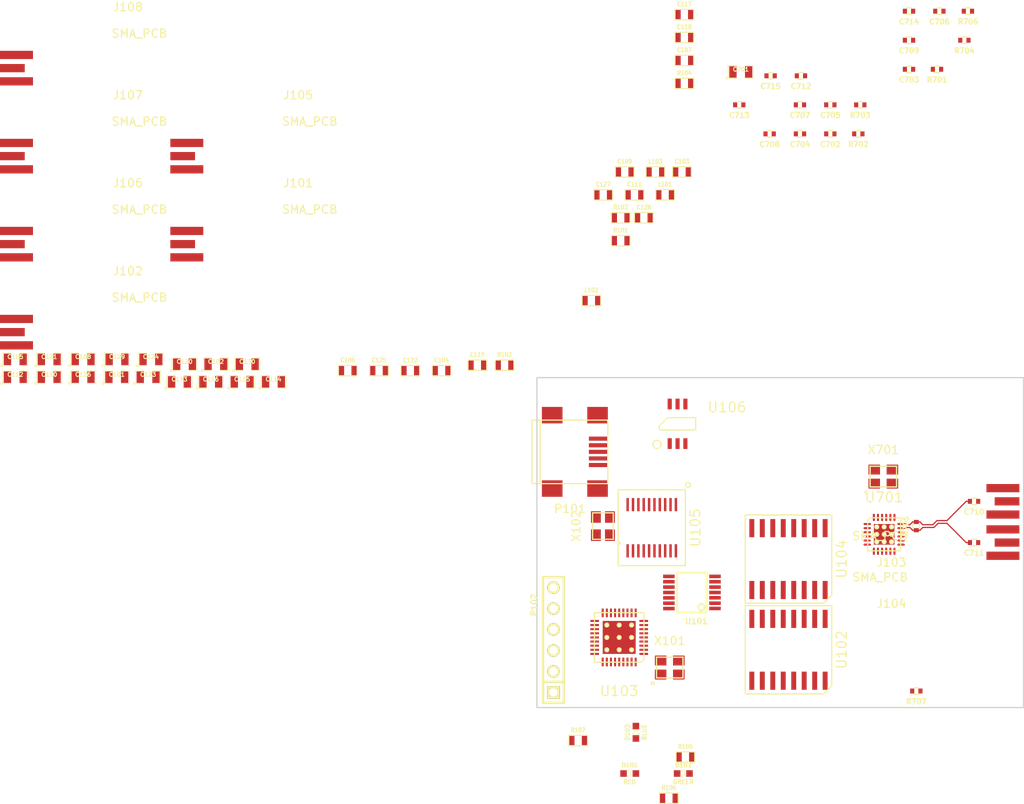
<source format=kicad_pcb>
(kicad_pcb (version 4) (host pcbnew 4.0.5)

  (general
    (links 241)
    (no_connects 219)
    (area 73.75 39.15 198.075001 136.848501)
    (thickness 1.6)
    (drawings 4)
    (tracks 24)
    (zones 0)
    (modules 85)
    (nets 92)
  )

  (page A4)
  (layers
    (0 F.Cu signal)
    (1 In1.Cu signal)
    (2 In2.Cu signal)
    (31 B.Cu signal)
    (32 B.Adhes user)
    (33 F.Adhes user)
    (34 B.Paste user)
    (35 F.Paste user)
    (36 B.SilkS user)
    (37 F.SilkS user)
    (38 B.Mask user)
    (39 F.Mask user)
    (40 Dwgs.User user)
    (41 Cmts.User user)
    (42 Eco1.User user)
    (43 Eco2.User user)
    (44 Edge.Cuts user)
    (45 Margin user)
    (46 B.CrtYd user)
    (47 F.CrtYd user)
    (48 B.Fab user)
    (49 F.Fab user)
  )

  (setup
    (last_trace_width 0.15)
    (trace_clearance 0.15)
    (zone_clearance 0.508)
    (zone_45_only no)
    (trace_min 0.15)
    (segment_width 0.2)
    (edge_width 0.15)
    (via_size 0.6)
    (via_drill 0.3)
    (via_min_size 0.4)
    (via_min_drill 0.3)
    (uvia_size 0.3)
    (uvia_drill 0.1)
    (uvias_allowed no)
    (uvia_min_size 0.2)
    (uvia_min_drill 0.1)
    (pcb_text_width 0.3)
    (pcb_text_size 1.5 1.5)
    (mod_edge_width 0.15)
    (mod_text_size 1 1)
    (mod_text_width 0.15)
    (pad_size 1.524 1.524)
    (pad_drill 0.762)
    (pad_to_mask_clearance 0)
    (aux_axis_origin 0 0)
    (visible_elements 7FFFFFFF)
    (pcbplotparams
      (layerselection 0x00030_80000001)
      (usegerberextensions false)
      (excludeedgelayer true)
      (linewidth 0.100000)
      (plotframeref false)
      (viasonmask false)
      (mode 1)
      (useauxorigin false)
      (hpglpennumber 1)
      (hpglpenspeed 20)
      (hpglpendiameter 15)
      (hpglpenoverlay 2)
      (psnegative false)
      (psa4output false)
      (plotreference true)
      (plotvalue true)
      (plotinvisibletext false)
      (padsonsilk false)
      (subtractmaskfromsilk false)
      (outputformat 1)
      (mirror false)
      (drillshape 1)
      (scaleselection 1)
      (outputdirectory ""))
  )

  (net 0 "")
  (net 1 GND)
  (net 2 +3V3)
  (net 3 "Net-(C103-Pad1)")
  (net 4 /DAC0)
  (net 5 /DAC1)
  (net 6 "Net-(C107-Pad1)")
  (net 7 /DAC2)
  (net 8 /DAC3)
  (net 9 +5V)
  (net 10 /PSU23)
  (net 11 /PSU01)
  (net 12 "Net-(C117-Pad1)")
  (net 13 "Net-(C118-Pad1)")
  (net 14 /VddO0)
  (net 15 /VddO1)
  (net 16 "Net-(C123-Pad1)")
  (net 17 /VddO2)
  (net 18 /VddO3)
  (net 19 "Net-(C128-Pad2)")
  (net 20 /SI5338/clk0_1_P)
  (net 21 /SI5338/CLK0_P)
  (net 22 /SI5338/clk0_1_N)
  (net 23 /SI5338/CLK0_N)
  (net 24 /SI5338/clk1_1_P)
  (net 25 /SI5338/CLK1_P)
  (net 26 /SI5338/clk1_1_N)
  (net 27 /SI5338/CLK1_N)
  (net 28 /SI5338/clk2_1_P)
  (net 29 /SI5338/CLK2_P)
  (net 30 /SI5338/clk2_1_N)
  (net 31 /SI5338/CLK2_N)
  (net 32 /SI5338/clk3_1_P)
  (net 33 /SI5338/CLK3_N)
  (net 34 /SI5338/clk3_1_N)
  (net 35 /SI5338/CLK3_P)
  (net 36 /SCL)
  (net 37 /SDA)
  (net 38 /5338_INT)
  (net 39 "Net-(U103-Pad4)")
  (net 40 "Net-(U103-Pad10)")
  (net 41 /CS_DAC)
  (net 42 /SCK_DAC)
  (net 43 "Net-(U103-Pad13)")
  (net 44 /MOSI_DAC)
  (net 45 /CLR_DAC)
  (net 46 "Net-(U103-Pad16)")
  (net 47 "Net-(U103-Pad17)")
  (net 48 "Net-(U103-Pad20)")
  (net 49 /US1_TX)
  (net 50 /US1_RX)
  (net 51 /US1_CTS)
  (net 52 /US1_RTS)
  (net 53 "Net-(U103-Pad31)")
  (net 54 "Net-(U103-Pad32)")
  (net 55 "Net-(U701-Pad1)")
  (net 56 "Net-(U701-Pad2)")
  (net 57 "Net-(U701-Pad5)")
  (net 58 /D_N)
  (net 59 /D_P)
  (net 60 "Net-(P101-Pad4)")
  (net 61 "Net-(U101-Pad1)")
  (net 62 "Net-(U101-Pad8)")
  (net 63 "Net-(U102-Pad3)")
  (net 64 "Net-(U102-Pad6)")
  (net 65 "Net-(U104-Pad3)")
  (net 66 "Net-(U104-Pad6)")
  (net 67 "Net-(U105-Pad20)")
  (net 68 "Net-(U105-Pad1)")
  (net 69 "Net-(U105-Pad2)")
  (net 70 "Net-(U105-Pad18)")
  (net 71 "Net-(U105-Pad17)")
  (net 72 "Net-(U105-Pad15)")
  (net 73 "Net-(U105-Pad14)")
  (net 74 "Net-(U105-Pad13)")
  (net 75 "Net-(U105-Pad12)")
  (net 76 "Net-(U102-Pad15)")
  (net 77 "Net-(U102-Pad14)")
  (net 78 "Net-(U102-Pad11)")
  (net 79 "Net-(U104-Pad15)")
  (net 80 "Net-(U104-Pad14)")
  (net 81 "Net-(U104-Pad11)")
  (net 82 "Net-(R105-Pad1)")
  (net 83 "Net-(R106-Pad1)")
  (net 84 "Net-(R107-Pad1)")
  (net 85 /TMS)
  (net 86 /TCK)
  (net 87 /TDI)
  (net 88 /TDO)
  (net 89 "Net-(D101-PadA)")
  (net 90 "Net-(D102-PadA)")
  (net 91 "Net-(D103-PadA)")

  (net_class Default "Ceci est la Netclass par défaut"
    (clearance 0.15)
    (trace_width 0.15)
    (via_dia 0.6)
    (via_drill 0.3)
    (uvia_dia 0.3)
    (uvia_drill 0.1)
    (add_net +3V3)
    (add_net +5V)
    (add_net /5338_INT)
    (add_net /CLR_DAC)
    (add_net /CS_DAC)
    (add_net /DAC0)
    (add_net /DAC1)
    (add_net /DAC2)
    (add_net /DAC3)
    (add_net /D_N)
    (add_net /D_P)
    (add_net /MOSI_DAC)
    (add_net /PSU01)
    (add_net /PSU23)
    (add_net /SCK_DAC)
    (add_net /SCL)
    (add_net /SDA)
    (add_net /SI5338/CLK0_N)
    (add_net /SI5338/CLK0_P)
    (add_net /SI5338/CLK1_N)
    (add_net /SI5338/CLK1_P)
    (add_net /SI5338/CLK2_N)
    (add_net /SI5338/CLK2_P)
    (add_net /SI5338/CLK3_N)
    (add_net /SI5338/CLK3_P)
    (add_net /SI5338/clk0_1_N)
    (add_net /SI5338/clk0_1_P)
    (add_net /SI5338/clk1_1_N)
    (add_net /SI5338/clk1_1_P)
    (add_net /SI5338/clk2_1_N)
    (add_net /SI5338/clk2_1_P)
    (add_net /SI5338/clk3_1_N)
    (add_net /SI5338/clk3_1_P)
    (add_net /TCK)
    (add_net /TDI)
    (add_net /TDO)
    (add_net /TMS)
    (add_net /US1_CTS)
    (add_net /US1_RTS)
    (add_net /US1_RX)
    (add_net /US1_TX)
    (add_net /VddO0)
    (add_net /VddO1)
    (add_net /VddO2)
    (add_net /VddO3)
    (add_net GND)
    (add_net "Net-(C103-Pad1)")
    (add_net "Net-(C107-Pad1)")
    (add_net "Net-(C117-Pad1)")
    (add_net "Net-(C118-Pad1)")
    (add_net "Net-(C123-Pad1)")
    (add_net "Net-(C128-Pad2)")
    (add_net "Net-(D101-PadA)")
    (add_net "Net-(D102-PadA)")
    (add_net "Net-(D103-PadA)")
    (add_net "Net-(P101-Pad4)")
    (add_net "Net-(R105-Pad1)")
    (add_net "Net-(R106-Pad1)")
    (add_net "Net-(R107-Pad1)")
    (add_net "Net-(U101-Pad1)")
    (add_net "Net-(U101-Pad8)")
    (add_net "Net-(U102-Pad11)")
    (add_net "Net-(U102-Pad14)")
    (add_net "Net-(U102-Pad15)")
    (add_net "Net-(U102-Pad3)")
    (add_net "Net-(U102-Pad6)")
    (add_net "Net-(U103-Pad10)")
    (add_net "Net-(U103-Pad13)")
    (add_net "Net-(U103-Pad16)")
    (add_net "Net-(U103-Pad17)")
    (add_net "Net-(U103-Pad20)")
    (add_net "Net-(U103-Pad31)")
    (add_net "Net-(U103-Pad32)")
    (add_net "Net-(U103-Pad4)")
    (add_net "Net-(U104-Pad11)")
    (add_net "Net-(U104-Pad14)")
    (add_net "Net-(U104-Pad15)")
    (add_net "Net-(U104-Pad3)")
    (add_net "Net-(U104-Pad6)")
    (add_net "Net-(U105-Pad1)")
    (add_net "Net-(U105-Pad12)")
    (add_net "Net-(U105-Pad13)")
    (add_net "Net-(U105-Pad14)")
    (add_net "Net-(U105-Pad15)")
    (add_net "Net-(U105-Pad17)")
    (add_net "Net-(U105-Pad18)")
    (add_net "Net-(U105-Pad2)")
    (add_net "Net-(U105-Pad20)")
    (add_net "Net-(U701-Pad1)")
    (add_net "Net-(U701-Pad2)")
    (add_net "Net-(U701-Pad5)")
  )

  (module QFN:QFN36_6x6_0.5mm (layer F.Cu) (tedit 0) (tstamp 58AE325D)
    (at 148.975 116.5 180)
    (path /58AEB95D)
    (fp_text reference U103 (at 0 -6.5 180) (layer F.SilkS)
      (effects (font (size 1.2 1.2) (thickness 0.15)))
    )
    (fp_text value STM32F103TB-QFN36 (at 0 6.5 180) (layer F.Fab)
      (effects (font (size 1.2 1.2) (thickness 0.15)))
    )
    (fp_line (start -2.7 -3) (end -3 -2.7) (layer F.SilkS) (width 0.15))
    (fp_line (start -3 -2.7) (end -3 3) (layer F.SilkS) (width 0.15))
    (fp_line (start -3 3) (end 3 3) (layer F.SilkS) (width 0.15))
    (fp_line (start 3 3) (end 3 -3) (layer F.SilkS) (width 0.15))
    (fp_line (start 3 -3) (end -2.7 -3) (layer F.SilkS) (width 0.15))
    (pad 37 smd rect (at 0 0 180) (size 4 4) (layers F.Cu F.Mask)
      (net 1 GND))
    (pad 37 thru_hole circle (at -1.5 -1.5 180) (size 0.6 0.6) (drill 0.2) (layers *.Cu *.Mask F.SilkS)
      (net 1 GND))
    (pad 37 thru_hole circle (at -1.5 0 180) (size 0.6 0.6) (drill 0.2) (layers *.Cu *.Mask F.SilkS)
      (net 1 GND))
    (pad 37 thru_hole circle (at -1.5 1.5 180) (size 0.6 0.6) (drill 0.2) (layers *.Cu *.Mask F.SilkS)
      (net 1 GND))
    (pad 37 thru_hole circle (at 0 -1.5 180) (size 0.6 0.6) (drill 0.2) (layers *.Cu *.Mask F.SilkS)
      (net 1 GND))
    (pad 37 thru_hole circle (at 0 0 180) (size 0.6 0.6) (drill 0.2) (layers *.Cu *.Mask F.SilkS)
      (net 1 GND))
    (pad 37 thru_hole circle (at 0 1.5 180) (size 0.6 0.6) (drill 0.2) (layers *.Cu *.Mask F.SilkS)
      (net 1 GND))
    (pad 37 thru_hole circle (at 1.5 -1.5 180) (size 0.6 0.6) (drill 0.2) (layers *.Cu *.Mask F.SilkS)
      (net 1 GND))
    (pad 37 thru_hole circle (at 1.5 0 180) (size 0.6 0.6) (drill 0.2) (layers *.Cu *.Mask F.SilkS)
      (net 1 GND))
    (pad 37 thru_hole circle (at 1.5 1.5 180) (size 0.6 0.6) (drill 0.2) (layers *.Cu *.Mask F.SilkS)
      (net 1 GND))
    (pad ~ smd rect (at -1.646446 -1.646446 180) (size 0.707106 0.707106) (layers F.Paste))
    (pad ~ smd rect (at -1.646446 -0.548815 180) (size 0.707106 0.707106) (layers F.Paste))
    (pad ~ smd rect (at -1.646446 0.548815 180) (size 0.707106 0.707106) (layers F.Paste))
    (pad ~ smd rect (at -1.646446 1.646446 180) (size 0.707106 0.707106) (layers F.Paste))
    (pad ~ smd rect (at -0.548815 -1.646446 180) (size 0.707106 0.707106) (layers F.Paste))
    (pad ~ smd rect (at -0.548815 -0.548815 180) (size 0.707106 0.707106) (layers F.Paste))
    (pad ~ smd rect (at -0.548815 0.548815 180) (size 0.707106 0.707106) (layers F.Paste))
    (pad ~ smd rect (at -0.548815 1.646446 180) (size 0.707106 0.707106) (layers F.Paste))
    (pad ~ smd rect (at 0.548815 -1.646446 180) (size 0.707106 0.707106) (layers F.Paste))
    (pad ~ smd rect (at 0.548815 -0.548815 180) (size 0.707106 0.707106) (layers F.Paste))
    (pad ~ smd rect (at 0.548815 0.548815 180) (size 0.707106 0.707106) (layers F.Paste))
    (pad ~ smd rect (at 0.548815 1.646446 180) (size 0.707106 0.707106) (layers F.Paste))
    (pad ~ smd rect (at 1.646446 -1.646446 180) (size 0.707106 0.707106) (layers F.Paste))
    (pad ~ smd rect (at 1.646446 -0.548815 180) (size 0.707106 0.707106) (layers F.Paste))
    (pad ~ smd rect (at 1.646446 0.548815 180) (size 0.707106 0.707106) (layers F.Paste))
    (pad ~ smd rect (at 1.646446 1.646446 180) (size 0.707106 0.707106) (layers F.Paste))
    (pad 1 smd rect (at -2.975 -2 180) (size 1.05 0.25) (layers F.Cu F.Paste F.Mask)
      (net 2 +3V3))
    (pad 2 smd rect (at -2.975 -1.5 180) (size 1.05 0.25) (layers F.Cu F.Paste F.Mask)
      (net 3 "Net-(C103-Pad1)"))
    (pad 3 smd rect (at -2.975 -1 180) (size 1.05 0.25) (layers F.Cu F.Paste F.Mask)
      (net 6 "Net-(C107-Pad1)"))
    (pad 4 smd rect (at -2.975 -0.5 180) (size 1.05 0.25) (layers F.Cu F.Paste F.Mask)
      (net 39 "Net-(U103-Pad4)"))
    (pad 5 smd rect (at -2.975 0 180) (size 1.05 0.25) (layers F.Cu F.Paste F.Mask)
      (net 1 GND))
    (pad 6 smd rect (at -2.975 0.5 180) (size 1.05 0.25) (layers F.Cu F.Paste F.Mask)
      (net 2 +3V3))
    (pad 7 smd rect (at -2.975 1 180) (size 1.05 0.25) (layers F.Cu F.Paste F.Mask)
      (net 82 "Net-(R105-Pad1)"))
    (pad 8 smd rect (at -2.975 1.5 180) (size 1.05 0.25) (layers F.Cu F.Paste F.Mask)
      (net 83 "Net-(R106-Pad1)"))
    (pad 9 smd rect (at -2.975 2 180) (size 1.05 0.25) (layers F.Cu F.Paste F.Mask)
      (net 84 "Net-(R107-Pad1)"))
    (pad 10 smd rect (at -2 2.975 180) (size 0.25 1.05) (layers F.Cu F.Paste F.Mask)
      (net 40 "Net-(U103-Pad10)"))
    (pad 11 smd rect (at -1.5 2.975 180) (size 0.25 1.05) (layers F.Cu F.Paste F.Mask)
      (net 41 /CS_DAC))
    (pad 12 smd rect (at -1 2.975 180) (size 0.25 1.05) (layers F.Cu F.Paste F.Mask)
      (net 42 /SCK_DAC))
    (pad 13 smd rect (at -0.5 2.975 180) (size 0.25 1.05) (layers F.Cu F.Paste F.Mask)
      (net 43 "Net-(U103-Pad13)"))
    (pad 14 smd rect (at 0 2.975 180) (size 0.25 1.05) (layers F.Cu F.Paste F.Mask)
      (net 44 /MOSI_DAC))
    (pad 15 smd rect (at 0.5 2.975 180) (size 0.25 1.05) (layers F.Cu F.Paste F.Mask)
      (net 45 /CLR_DAC))
    (pad 16 smd rect (at 1 2.975 180) (size 0.25 1.05) (layers F.Cu F.Paste F.Mask)
      (net 46 "Net-(U103-Pad16)"))
    (pad 17 smd rect (at 1.5 2.975 180) (size 0.25 1.05) (layers F.Cu F.Paste F.Mask)
      (net 47 "Net-(U103-Pad17)"))
    (pad 18 smd rect (at 2 2.975 180) (size 0.25 1.05) (layers F.Cu F.Paste F.Mask)
      (net 1 GND))
    (pad 19 smd rect (at 2.975 2 180) (size 1.05 0.25) (layers F.Cu F.Paste F.Mask)
      (net 2 +3V3))
    (pad 20 smd rect (at 2.975 1.5 180) (size 1.05 0.25) (layers F.Cu F.Paste F.Mask)
      (net 48 "Net-(U103-Pad20)"))
    (pad 21 smd rect (at 2.975 1 180) (size 1.05 0.25) (layers F.Cu F.Paste F.Mask)
      (net 49 /US1_TX))
    (pad 22 smd rect (at 2.975 0.5 180) (size 1.05 0.25) (layers F.Cu F.Paste F.Mask)
      (net 50 /US1_RX))
    (pad 23 smd rect (at 2.975 0 180) (size 1.05 0.25) (layers F.Cu F.Paste F.Mask)
      (net 51 /US1_CTS))
    (pad 24 smd rect (at 2.975 -0.5 180) (size 1.05 0.25) (layers F.Cu F.Paste F.Mask)
      (net 52 /US1_RTS))
    (pad 25 smd rect (at 2.975 -1 180) (size 1.05 0.25) (layers F.Cu F.Paste F.Mask)
      (net 85 /TMS))
    (pad 26 smd rect (at 2.975 -1.5 180) (size 1.05 0.25) (layers F.Cu F.Paste F.Mask)
      (net 1 GND))
    (pad 27 smd rect (at 2.975 -2 180) (size 1.05 0.25) (layers F.Cu F.Paste F.Mask)
      (net 2 +3V3))
    (pad 28 smd rect (at 2 -2.975 180) (size 0.25 1.05) (layers F.Cu F.Paste F.Mask)
      (net 86 /TCK))
    (pad 29 smd rect (at 1.5 -2.975 180) (size 0.25 1.05) (layers F.Cu F.Paste F.Mask)
      (net 87 /TDI))
    (pad 30 smd rect (at 1 -2.975 180) (size 0.25 1.05) (layers F.Cu F.Paste F.Mask)
      (net 88 /TDO))
    (pad 31 smd rect (at 0.5 -2.975 180) (size 0.25 1.05) (layers F.Cu F.Paste F.Mask)
      (net 53 "Net-(U103-Pad31)"))
    (pad 32 smd rect (at 0 -2.975 180) (size 0.25 1.05) (layers F.Cu F.Paste F.Mask)
      (net 54 "Net-(U103-Pad32)"))
    (pad 33 smd rect (at -0.5 -2.975 180) (size 0.25 1.05) (layers F.Cu F.Paste F.Mask)
      (net 36 /SCL))
    (pad 34 smd rect (at -1 -2.975 180) (size 0.25 1.05) (layers F.Cu F.Paste F.Mask)
      (net 37 /SDA))
    (pad 35 smd rect (at -1.5 -2.975 180) (size 0.25 1.05) (layers F.Cu F.Paste F.Mask)
      (net 1 GND))
    (pad 36 smd rect (at -2 -2.975 180) (size 0.25 1.05) (layers F.Cu F.Paste F.Mask)
      (net 1 GND))
  )

  (module QFN:QFN24_4x4_9vias (layer F.Cu) (tedit 0) (tstamp 58AE3293)
    (at 181.1 104)
    (path /58AB73A8/5718D49A)
    (fp_text reference U701 (at 0 -4.5) (layer F.SilkS)
      (effects (font (size 1.2 1.2) (thickness 0.15)))
    )
    (fp_text value Si5338 (at 0 4.5) (layer F.Fab)
      (effects (font (size 1.2 1.2) (thickness 0.15)))
    )
    (fp_line (start -1.7 -2) (end -2 -1.7) (layer F.SilkS) (width 0.15))
    (fp_line (start -2 -1.7) (end -2 2) (layer F.SilkS) (width 0.15))
    (fp_line (start -2 2) (end 2 2) (layer F.SilkS) (width 0.15))
    (fp_line (start 2 2) (end 2 -2) (layer F.SilkS) (width 0.15))
    (fp_line (start 2 -2) (end -1.7 -2) (layer F.SilkS) (width 0.15))
    (pad 25 smd rect (at 0 0) (size 2.5 2.5) (layers F.Cu F.Mask)
      (net 1 GND))
    (pad 25 thru_hole circle (at -0.9 -0.9) (size 0.6 0.6) (drill 0.2) (layers *.Cu *.Mask F.SilkS)
      (net 1 GND))
    (pad 25 thru_hole circle (at -0.9 0) (size 0.6 0.6) (drill 0.2) (layers *.Cu *.Mask F.SilkS)
      (net 1 GND))
    (pad 25 thru_hole circle (at -0.9 0.9) (size 0.6 0.6) (drill 0.2) (layers *.Cu *.Mask F.SilkS)
      (net 1 GND))
    (pad 25 thru_hole circle (at 0 -0.9) (size 0.6 0.6) (drill 0.2) (layers *.Cu *.Mask F.SilkS)
      (net 1 GND))
    (pad 25 thru_hole circle (at 0 0) (size 0.6 0.6) (drill 0.2) (layers *.Cu *.Mask F.SilkS)
      (net 1 GND))
    (pad 25 thru_hole circle (at 0 0.9) (size 0.6 0.6) (drill 0.2) (layers *.Cu *.Mask F.SilkS)
      (net 1 GND))
    (pad 25 thru_hole circle (at 0.9 -0.9) (size 0.6 0.6) (drill 0.2) (layers *.Cu *.Mask F.SilkS)
      (net 1 GND))
    (pad 25 thru_hole circle (at 0.9 0) (size 0.6 0.6) (drill 0.2) (layers *.Cu *.Mask F.SilkS)
      (net 1 GND))
    (pad 25 thru_hole circle (at 0.9 0.9) (size 0.6 0.6) (drill 0.2) (layers *.Cu *.Mask F.SilkS)
      (net 1 GND))
    (pad ~ smd rect (at -1.029029 -1.029029) (size 0.441941 0.441941) (layers F.Paste))
    (pad ~ smd rect (at -1.029029 -0.343009) (size 0.441941 0.441941) (layers F.Paste))
    (pad ~ smd rect (at -1.029029 0.343009) (size 0.441941 0.441941) (layers F.Paste))
    (pad ~ smd rect (at -1.029029 1.029029) (size 0.441941 0.441941) (layers F.Paste))
    (pad ~ smd rect (at -0.343009 -1.029029) (size 0.441941 0.441941) (layers F.Paste))
    (pad ~ smd rect (at -0.343009 -0.343009) (size 0.441941 0.441941) (layers F.Paste))
    (pad ~ smd rect (at -0.343009 0.343009) (size 0.441941 0.441941) (layers F.Paste))
    (pad ~ smd rect (at -0.343009 1.029029) (size 0.441941 0.441941) (layers F.Paste))
    (pad ~ smd rect (at 0.343009 -1.029029) (size 0.441941 0.441941) (layers F.Paste))
    (pad ~ smd rect (at 0.343009 -0.343009) (size 0.441941 0.441941) (layers F.Paste))
    (pad ~ smd rect (at 0.343009 0.343009) (size 0.441941 0.441941) (layers F.Paste))
    (pad ~ smd rect (at 0.343009 1.029029) (size 0.441941 0.441941) (layers F.Paste))
    (pad ~ smd rect (at 1.029029 -1.029029) (size 0.441941 0.441941) (layers F.Paste))
    (pad ~ smd rect (at 1.029029 -0.343009) (size 0.441941 0.441941) (layers F.Paste))
    (pad ~ smd rect (at 1.029029 0.343009) (size 0.441941 0.441941) (layers F.Paste))
    (pad ~ smd rect (at 1.029029 1.029029) (size 0.441941 0.441941) (layers F.Paste))
    (pad 1 smd oval (at -2.05 -1.25) (size 0.9 0.25) (layers F.Cu F.Paste F.Mask)
      (net 55 "Net-(U701-Pad1)"))
    (pad 2 smd oval (at -2.05 -0.75) (size 0.9 0.25) (layers F.Cu F.Paste F.Mask)
      (net 56 "Net-(U701-Pad2)"))
    (pad 3 smd oval (at -2.05 -0.25) (size 0.9 0.25) (layers F.Cu F.Paste F.Mask)
      (net 1 GND))
    (pad 4 smd oval (at -2.05 0.25) (size 0.9 0.25) (layers F.Cu F.Paste F.Mask)
      (net 1 GND))
    (pad 5 smd oval (at -2.05 0.75) (size 0.9 0.25) (layers F.Cu F.Paste F.Mask)
      (net 57 "Net-(U701-Pad5)"))
    (pad 6 smd oval (at -2.05 1.25) (size 0.9 0.25) (layers F.Cu F.Paste F.Mask)
      (net 1 GND))
    (pad 7 smd oval (at -1.25 2.05) (size 0.25 0.9) (layers F.Cu F.Paste F.Mask)
      (net 2 +3V3))
    (pad 8 smd oval (at -0.75 2.05) (size 0.25 0.9) (layers F.Cu F.Paste F.Mask)
      (net 38 /5338_INT))
    (pad 9 smd oval (at -0.25 2.05) (size 0.25 0.9) (layers F.Cu F.Paste F.Mask)
      (net 34 /SI5338/clk3_1_N))
    (pad 10 smd oval (at 0.25 2.05) (size 0.25 0.9) (layers F.Cu F.Paste F.Mask)
      (net 32 /SI5338/clk3_1_P))
    (pad 11 smd oval (at 0.75 2.05) (size 0.25 0.9) (layers F.Cu F.Paste F.Mask)
      (net 18 /VddO3))
    (pad 12 smd oval (at 1.25 2.05) (size 0.25 0.9) (layers F.Cu F.Paste F.Mask)
      (net 36 /SCL))
    (pad 13 smd oval (at 2.05 1.25) (size 0.9 0.25) (layers F.Cu F.Paste F.Mask)
      (net 30 /SI5338/clk2_1_N))
    (pad 14 smd oval (at 2.05 0.75) (size 0.9 0.25) (layers F.Cu F.Paste F.Mask)
      (net 28 /SI5338/clk2_1_P))
    (pad 15 smd oval (at 2.05 0.25) (size 0.9 0.25) (layers F.Cu F.Paste F.Mask)
      (net 17 /VddO2))
    (pad 16 smd oval (at 2.05 -0.25) (size 0.9 0.25) (layers F.Cu F.Paste F.Mask)
      (net 15 /VddO1))
    (pad 17 smd oval (at 2.05 -0.75) (size 0.9 0.25) (layers F.Cu F.Paste F.Mask)
      (net 26 /SI5338/clk1_1_N))
    (pad 18 smd oval (at 2.05 -1.25) (size 0.9 0.25) (layers F.Cu F.Paste F.Mask)
      (net 24 /SI5338/clk1_1_P))
    (pad 19 smd oval (at 1.25 -2.05) (size 0.25 0.9) (layers F.Cu F.Paste F.Mask)
      (net 37 /SDA))
    (pad 20 smd oval (at 0.75 -2.05) (size 0.25 0.9) (layers F.Cu F.Paste F.Mask)
      (net 14 /VddO0))
    (pad 21 smd oval (at 0.25 -2.05) (size 0.25 0.9) (layers F.Cu F.Paste F.Mask)
      (net 22 /SI5338/clk0_1_N))
    (pad 22 smd oval (at -0.25 -2.05) (size 0.25 0.9) (layers F.Cu F.Paste F.Mask)
      (net 20 /SI5338/clk0_1_P))
    (pad 23 smd oval (at -0.75 -2.05) (size 0.25 0.9) (layers F.Cu F.Paste F.Mask)
      (net 1 GND))
    (pad 24 smd oval (at -1.25 -2.05) (size 0.25 0.9) (layers F.Cu F.Paste F.Mask)
      (net 2 +3V3))
  )

  (module Xtal_SMD:xtal_3.2x2.5 (layer F.Cu) (tedit 54DF5DC4) (tstamp 58AE329B)
    (at 181 97)
    (path /58AB73A8/57189E2E)
    (fp_text reference X701 (at 0 -3.25) (layer F.SilkS)
      (effects (font (size 1 1) (thickness 0.15)))
    )
    (fp_text value 25MHz (at 8.75 -4.5) (layer F.SilkS) hide
      (effects (font (size 1 1) (thickness 0.15)))
    )
    (fp_circle (center -2.05 1.9) (end -1.95 2.05) (layer F.SilkS) (width 0.15))
    (fp_line (start -1.6 -1.25) (end 1.6 -1.25) (layer F.SilkS) (width 0.15))
    (fp_line (start 1.6 -1.25) (end 1.6 1.25) (layer F.SilkS) (width 0.15))
    (fp_line (start 1.6 1.25) (end -1.6 1.25) (layer F.SilkS) (width 0.15))
    (fp_line (start -1.6 1.25) (end -1.6 -1.25) (layer F.SilkS) (width 0.15))
    (pad 1 smd rect (at -1.1 0.85) (size 1.4 1.2) (layers F.Cu F.Paste F.Mask)
      (net 56 "Net-(U701-Pad2)"))
    (pad 2 smd rect (at 1.1 0.85) (size 1.4 1.2) (layers F.Cu F.Paste F.Mask)
      (net 1 GND))
    (pad 3 smd rect (at 1.1 -0.85) (size 1.4 1.2) (layers F.Cu F.Paste F.Mask)
      (net 55 "Net-(U701-Pad1)"))
    (pad 4 smd rect (at -1.1 -0.85) (size 1.4 1.2) (layers F.Cu F.Paste F.Mask)
      (net 1 GND))
  )

  (module Connectors_RF:Border_Antenna (layer F.Cu) (tedit 58AE2D5C) (tstamp 58AE5F87)
    (at 96.05 68.815)
    (path /58B1D21E)
    (fp_text reference J101 (at 14 -7.4) (layer F.SilkS)
      (effects (font (size 1 1) (thickness 0.15)))
    )
    (fp_text value SMA_PCB (at 15.4 -4.2) (layer F.SilkS)
      (effects (font (size 1 1) (thickness 0.15)))
    )
    (pad 1 smd rect (at 0 0) (size 3 1) (layers F.Cu F.Paste F.Mask)
      (net 21 /SI5338/CLK0_P))
    (pad 2 smd rect (at 0.5 -1.6) (size 4 1) (layers F.Cu F.Paste F.Mask)
      (net 1 GND))
    (pad 2 smd rect (at 0.5 1.6) (size 4 1) (layers F.Cu F.Paste F.Mask)
      (net 1 GND))
  )

  (module Connectors_RF:Border_Antenna (layer F.Cu) (tedit 58AE2D5C) (tstamp 58AE5F8E)
    (at 75.4 79.485)
    (path /58B1E176)
    (fp_text reference J102 (at 14 -7.4) (layer F.SilkS)
      (effects (font (size 1 1) (thickness 0.15)))
    )
    (fp_text value SMA_PCB (at 15.4 -4.2) (layer F.SilkS)
      (effects (font (size 1 1) (thickness 0.15)))
    )
    (pad 1 smd rect (at 0 0) (size 3 1) (layers F.Cu F.Paste F.Mask)
      (net 23 /SI5338/CLK0_N))
    (pad 2 smd rect (at 0.5 -1.6) (size 4 1) (layers F.Cu F.Paste F.Mask)
      (net 1 GND))
    (pad 2 smd rect (at 0.5 1.6) (size 4 1) (layers F.Cu F.Paste F.Mask)
      (net 1 GND))
  )

  (module Connectors_RF:Border_Antenna (layer F.Cu) (tedit 58AE2D5C) (tstamp 58AE5F95)
    (at 196 100 180)
    (path /58B1EAF9)
    (fp_text reference J103 (at 14 -7.4 180) (layer F.SilkS)
      (effects (font (size 1 1) (thickness 0.15)))
    )
    (fp_text value SMA_PCB (at 15.4 -4.2 180) (layer F.SilkS)
      (effects (font (size 1 1) (thickness 0.15)))
    )
    (pad 1 smd rect (at 0 0 180) (size 3 1) (layers F.Cu F.Paste F.Mask)
      (net 25 /SI5338/CLK1_P))
    (pad 2 smd rect (at 0.5 -1.6 180) (size 4 1) (layers F.Cu F.Paste F.Mask)
      (net 1 GND))
    (pad 2 smd rect (at 0.5 1.6 180) (size 4 1) (layers F.Cu F.Paste F.Mask)
      (net 1 GND))
  )

  (module Connectors_RF:Border_Antenna (layer F.Cu) (tedit 58AE2D5C) (tstamp 58AE5F9C)
    (at 196 105 180)
    (path /58B1EAFF)
    (fp_text reference J104 (at 14 -7.4 180) (layer F.SilkS)
      (effects (font (size 1 1) (thickness 0.15)))
    )
    (fp_text value SMA_PCB (at 15.4 -4.2 180) (layer F.SilkS)
      (effects (font (size 1 1) (thickness 0.15)))
    )
    (pad 1 smd rect (at 0 0 180) (size 3 1) (layers F.Cu F.Paste F.Mask)
      (net 27 /SI5338/CLK1_N))
    (pad 2 smd rect (at 0.5 -1.6 180) (size 4 1) (layers F.Cu F.Paste F.Mask)
      (net 1 GND))
    (pad 2 smd rect (at 0.5 1.6 180) (size 4 1) (layers F.Cu F.Paste F.Mask)
      (net 1 GND))
  )

  (module Connectors_RF:Border_Antenna (layer F.Cu) (tedit 58AE2D5C) (tstamp 58AE5FA3)
    (at 96.05 58.145)
    (path /58B1EED5)
    (fp_text reference J105 (at 14 -7.4) (layer F.SilkS)
      (effects (font (size 1 1) (thickness 0.15)))
    )
    (fp_text value SMA_PCB (at 15.4 -4.2) (layer F.SilkS)
      (effects (font (size 1 1) (thickness 0.15)))
    )
    (pad 1 smd rect (at 0 0) (size 3 1) (layers F.Cu F.Paste F.Mask)
      (net 29 /SI5338/CLK2_P))
    (pad 2 smd rect (at 0.5 -1.6) (size 4 1) (layers F.Cu F.Paste F.Mask)
      (net 1 GND))
    (pad 2 smd rect (at 0.5 1.6) (size 4 1) (layers F.Cu F.Paste F.Mask)
      (net 1 GND))
  )

  (module Connectors_RF:Border_Antenna (layer F.Cu) (tedit 58AE2D5C) (tstamp 58AE5FAA)
    (at 75.4 68.815)
    (path /58B1EEDB)
    (fp_text reference J106 (at 14 -7.4) (layer F.SilkS)
      (effects (font (size 1 1) (thickness 0.15)))
    )
    (fp_text value SMA_PCB (at 15.4 -4.2) (layer F.SilkS)
      (effects (font (size 1 1) (thickness 0.15)))
    )
    (pad 1 smd rect (at 0 0) (size 3 1) (layers F.Cu F.Paste F.Mask)
      (net 31 /SI5338/CLK2_N))
    (pad 2 smd rect (at 0.5 -1.6) (size 4 1) (layers F.Cu F.Paste F.Mask)
      (net 1 GND))
    (pad 2 smd rect (at 0.5 1.6) (size 4 1) (layers F.Cu F.Paste F.Mask)
      (net 1 GND))
  )

  (module Connectors_RF:Border_Antenna (layer F.Cu) (tedit 58AE2D5C) (tstamp 58AE5FB1)
    (at 75.4 58.145)
    (path /58B1EEE1)
    (fp_text reference J107 (at 14 -7.4) (layer F.SilkS)
      (effects (font (size 1 1) (thickness 0.15)))
    )
    (fp_text value SMA_PCB (at 15.4 -4.2) (layer F.SilkS)
      (effects (font (size 1 1) (thickness 0.15)))
    )
    (pad 1 smd rect (at 0 0) (size 3 1) (layers F.Cu F.Paste F.Mask)
      (net 35 /SI5338/CLK3_P))
    (pad 2 smd rect (at 0.5 -1.6) (size 4 1) (layers F.Cu F.Paste F.Mask)
      (net 1 GND))
    (pad 2 smd rect (at 0.5 1.6) (size 4 1) (layers F.Cu F.Paste F.Mask)
      (net 1 GND))
  )

  (module Connectors_RF:Border_Antenna (layer F.Cu) (tedit 58AE2D5C) (tstamp 58AE5FB8)
    (at 75.4 47.475)
    (path /58B1EEE7)
    (fp_text reference J108 (at 14 -7.4) (layer F.SilkS)
      (effects (font (size 1 1) (thickness 0.15)))
    )
    (fp_text value SMA_PCB (at 15.4 -4.2) (layer F.SilkS)
      (effects (font (size 1 1) (thickness 0.15)))
    )
    (pad 1 smd rect (at 0 0) (size 3 1) (layers F.Cu F.Paste F.Mask)
      (net 33 /SI5338/CLK3_N))
    (pad 2 smd rect (at 0.5 -1.6) (size 4 1) (layers F.Cu F.Paste F.Mask)
      (net 1 GND))
    (pad 2 smd rect (at 0.5 1.6) (size 4 1) (layers F.Cu F.Paste F.Mask)
      (net 1 GND))
  )

  (module Connectors:USB_Mini-B (layer F.Cu) (tedit 5543E571) (tstamp 58AE5FC7)
    (at 143 94)
    (descr "USB Mini-B 5-pin SMD connector")
    (tags "USB USB_B USB_Mini connector")
    (path /58AEF4E6)
    (attr smd)
    (fp_text reference P101 (at 0 6.90118) (layer F.SilkS)
      (effects (font (size 1 1) (thickness 0.15)))
    )
    (fp_text value USB_OTG (at 0 -7.0993) (layer F.Fab)
      (effects (font (size 1 1) (thickness 0.15)))
    )
    (fp_line (start -4.85 -5.7) (end 4.85 -5.7) (layer F.CrtYd) (width 0.05))
    (fp_line (start 4.85 -5.7) (end 4.85 5.7) (layer F.CrtYd) (width 0.05))
    (fp_line (start 4.85 5.7) (end -4.85 5.7) (layer F.CrtYd) (width 0.05))
    (fp_line (start -4.85 5.7) (end -4.85 -5.7) (layer F.CrtYd) (width 0.05))
    (fp_line (start -3.59918 -3.85064) (end -3.59918 3.85064) (layer F.SilkS) (width 0.15))
    (fp_line (start -4.59994 -3.85064) (end -4.59994 3.85064) (layer F.SilkS) (width 0.15))
    (fp_line (start -4.59994 3.85064) (end 4.59994 3.85064) (layer F.SilkS) (width 0.15))
    (fp_line (start 4.59994 3.85064) (end 4.59994 -3.85064) (layer F.SilkS) (width 0.15))
    (fp_line (start 4.59994 -3.85064) (end -4.59994 -3.85064) (layer F.SilkS) (width 0.15))
    (pad 1 smd rect (at 3.44932 -1.6002) (size 2.30124 0.50038) (layers F.Cu F.Paste F.Mask)
      (net 9 +5V))
    (pad 2 smd rect (at 3.44932 -0.8001) (size 2.30124 0.50038) (layers F.Cu F.Paste F.Mask)
      (net 58 /D_N))
    (pad 3 smd rect (at 3.44932 0) (size 2.30124 0.50038) (layers F.Cu F.Paste F.Mask)
      (net 59 /D_P))
    (pad 4 smd rect (at 3.44932 0.8001) (size 2.30124 0.50038) (layers F.Cu F.Paste F.Mask)
      (net 60 "Net-(P101-Pad4)"))
    (pad 5 smd rect (at 3.44932 1.6002) (size 2.30124 0.50038) (layers F.Cu F.Paste F.Mask)
      (net 1 GND))
    (pad 6 smd rect (at 3.35026 -4.45008) (size 2.49936 1.99898) (layers F.Cu F.Paste F.Mask)
      (net 1 GND))
    (pad 6 smd rect (at -2.14884 -4.45008) (size 2.49936 1.99898) (layers F.Cu F.Paste F.Mask)
      (net 1 GND))
    (pad 6 smd rect (at 3.35026 4.45008) (size 2.49936 1.99898) (layers F.Cu F.Paste F.Mask)
      (net 1 GND))
    (pad 6 smd rect (at -2.14884 4.45008) (size 2.49936 1.99898) (layers F.Cu F.Paste F.Mask)
      (net 1 GND))
    (pad "" np_thru_hole circle (at 0.8509 -2.19964) (size 0.89916 0.89916) (drill 0.89916) (layers *.Cu *.Mask))
    (pad "" np_thru_hole circle (at 0.8509 2.19964) (size 0.89916 0.89916) (drill 0.89916) (layers *.Cu *.Mask))
  )

  (module SSOP:SSOP14 (layer F.Cu) (tedit 54CD91F2) (tstamp 58AE5FD9)
    (at 157.794 111.0569 90)
    (path /58AF1800)
    (attr smd)
    (fp_text reference U101 (at -3.48 0.54 360) (layer F.SilkS)
      (effects (font (size 0.7 0.7) (thickness 0.152)))
    )
    (fp_text value MAX5713/4/5-TSSOP14 (at 0 0.508 90) (layer F.SilkS) hide
      (effects (font (size 0.762 0.762) (thickness 0.1905)))
    )
    (fp_line (start -2.413 -1.778) (end 2.413 -1.778) (layer F.SilkS) (width 0.2032))
    (fp_line (start 2.413 -1.778) (end 2.413 1.778) (layer F.SilkS) (width 0.2032))
    (fp_line (start 2.413 1.778) (end -2.413 1.778) (layer F.SilkS) (width 0.2032))
    (fp_line (start -2.413 1.778) (end -2.413 -1.778) (layer F.SilkS) (width 0.2032))
    (fp_circle (center -1.778 1.143) (end -2.159 1.143) (layer F.SilkS) (width 0.2032))
    (pad 1 smd rect (at -1.9304 2.794 90) (size 0.4318 1.397) (layers F.Cu F.Paste F.Mask)
      (net 61 "Net-(U101-Pad1)"))
    (pad 2 smd rect (at -1.2954 2.794 90) (size 0.4318 1.397) (layers F.Cu F.Paste F.Mask)
      (net 4 /DAC0))
    (pad 3 smd rect (at -0.635 2.794 90) (size 0.4318 1.397) (layers F.Cu F.Paste F.Mask)
      (net 5 /DAC1))
    (pad 4 smd rect (at 0 2.794 90) (size 0.4318 1.397) (layers F.Cu F.Paste F.Mask)
      (net 1 GND))
    (pad 5 smd rect (at 0.6604 2.794 90) (size 0.4318 1.397) (layers F.Cu F.Paste F.Mask)
      (net 7 /DAC2))
    (pad 6 smd rect (at 1.3081 2.794 90) (size 0.4318 1.397) (layers F.Cu F.Paste F.Mask)
      (net 8 /DAC3))
    (pad 7 smd rect (at 1.9558 2.794 90) (size 0.4318 1.397) (layers F.Cu F.Paste F.Mask)
      (net 2 +3V3))
    (pad 8 smd rect (at 1.9558 -2.794 90) (size 0.4318 1.397) (layers F.Cu F.Paste F.Mask)
      (net 62 "Net-(U101-Pad8)"))
    (pad 9 smd rect (at 1.3081 -2.794 90) (size 0.4318 1.397) (layers F.Cu F.Paste F.Mask)
      (net 44 /MOSI_DAC))
    (pad 10 smd rect (at 0.6604 -2.794 90) (size 0.4318 1.397) (layers F.Cu F.Paste F.Mask)
      (net 42 /SCK_DAC))
    (pad 11 smd rect (at 0 -2.794 90) (size 0.4318 1.397) (layers F.Cu F.Paste F.Mask)
      (net 41 /CS_DAC))
    (pad 12 smd rect (at -0.6477 -2.794 90) (size 0.4318 1.397) (layers F.Cu F.Paste F.Mask)
      (net 45 /CLR_DAC))
    (pad 13 smd rect (at -1.2954 -2.794 90) (size 0.4318 1.397) (layers F.Cu F.Paste F.Mask)
      (net 2 +3V3))
    (pad 14 smd rect (at -1.9431 -2.794 90) (size 0.4318 1.397) (layers F.Cu F.Paste F.Mask)
      (net 2 +3V3))
    (model smd/cms_so14.wrl
      (at (xyz 0 0 0))
      (scale (xyz 0.25 0.35 0.25))
      (rotate (xyz 0 0 0))
    )
  )

  (module SOIC:SOIC-16-10.3x7.5 (layer F.Cu) (tedit 0) (tstamp 58AE5FF2)
    (at 169.5 118 180)
    (path /58ADC290)
    (fp_text reference U102 (at -6.445 0 270) (layer F.SilkS)
      (effects (font (size 1.2 1.2) (thickness 0.15)))
    )
    (fp_text value TCA0372BDW-SOIC16 (at 0 0 180) (layer F.Fab)
      (effects (font (size 1.2 1.2) (thickness 0.15)))
    )
    (fp_line (start -4.245 -5.35) (end -5.245 -4.35) (layer F.SilkS) (width 0.15))
    (fp_line (start -5.245 -4.35) (end -5.245 5.35) (layer F.SilkS) (width 0.15))
    (fp_line (start -5.245 5.35) (end 5.245 5.35) (layer F.SilkS) (width 0.15))
    (fp_line (start 5.245 5.35) (end 5.245 -5.35) (layer F.SilkS) (width 0.15))
    (fp_line (start 5.245 -5.35) (end -4.245 -5.35) (layer F.SilkS) (width 0.15))
    (pad 16 smd rect (at -4.445 -3.75 180) (size 0.6 2.2) (layers F.Cu F.Paste F.Mask)
      (net 15 /VddO1))
    (pad 1 smd rect (at -4.445 3.75 180) (size 0.6 2.2) (layers F.Cu F.Paste F.Mask)
      (net 11 /PSU01))
    (pad 15 smd rect (at -3.175 -3.75 180) (size 0.6 2.2) (layers F.Cu F.Paste F.Mask)
      (net 76 "Net-(U102-Pad15)"))
    (pad 2 smd rect (at -3.175 3.75 180) (size 0.6 2.2) (layers F.Cu F.Paste F.Mask)
      (net 14 /VddO0))
    (pad 14 smd rect (at -1.905 -3.75 180) (size 0.6 2.2) (layers F.Cu F.Paste F.Mask)
      (net 77 "Net-(U102-Pad14)"))
    (pad 3 smd rect (at -1.905 3.75 180) (size 0.6 2.2) (layers F.Cu F.Paste F.Mask)
      (net 63 "Net-(U102-Pad3)"))
    (pad 13 smd rect (at -0.635 -3.75 180) (size 0.6 2.2) (layers F.Cu F.Paste F.Mask)
      (net 1 GND))
    (pad 4 smd rect (at -0.635 3.75 180) (size 0.6 2.2) (layers F.Cu F.Paste F.Mask)
      (net 1 GND))
    (pad 12 smd rect (at 0.635 -3.75 180) (size 0.6 2.2) (layers F.Cu F.Paste F.Mask)
      (net 1 GND))
    (pad 5 smd rect (at 0.635 3.75 180) (size 0.6 2.2) (layers F.Cu F.Paste F.Mask)
      (net 1 GND))
    (pad 11 smd rect (at 1.905 -3.75 180) (size 0.6 2.2) (layers F.Cu F.Paste F.Mask)
      (net 78 "Net-(U102-Pad11)"))
    (pad 6 smd rect (at 1.905 3.75 180) (size 0.6 2.2) (layers F.Cu F.Paste F.Mask)
      (net 64 "Net-(U102-Pad6)"))
    (pad 10 smd rect (at 3.175 -3.75 180) (size 0.6 2.2) (layers F.Cu F.Paste F.Mask)
      (net 15 /VddO1))
    (pad 7 smd rect (at 3.175 3.75 180) (size 0.6 2.2) (layers F.Cu F.Paste F.Mask)
      (net 14 /VddO0))
    (pad 9 smd rect (at 4.445 -3.75 180) (size 0.6 2.2) (layers F.Cu F.Paste F.Mask)
      (net 5 /DAC1))
    (pad 8 smd rect (at 4.445 3.75 180) (size 0.6 2.2) (layers F.Cu F.Paste F.Mask)
      (net 4 /DAC0))
  )

  (module SOIC:SOIC-16-10.3x7.5 (layer F.Cu) (tedit 0) (tstamp 58AE600B)
    (at 169.5 107 180)
    (path /58AC566E)
    (fp_text reference U104 (at -6.445 0 270) (layer F.SilkS)
      (effects (font (size 1.2 1.2) (thickness 0.15)))
    )
    (fp_text value TCA0372BDW-SOIC16 (at 0 0 180) (layer F.Fab)
      (effects (font (size 1.2 1.2) (thickness 0.15)))
    )
    (fp_line (start -4.245 -5.35) (end -5.245 -4.35) (layer F.SilkS) (width 0.15))
    (fp_line (start -5.245 -4.35) (end -5.245 5.35) (layer F.SilkS) (width 0.15))
    (fp_line (start -5.245 5.35) (end 5.245 5.35) (layer F.SilkS) (width 0.15))
    (fp_line (start 5.245 5.35) (end 5.245 -5.35) (layer F.SilkS) (width 0.15))
    (fp_line (start 5.245 -5.35) (end -4.245 -5.35) (layer F.SilkS) (width 0.15))
    (pad 16 smd rect (at -4.445 -3.75 180) (size 0.6 2.2) (layers F.Cu F.Paste F.Mask)
      (net 18 /VddO3))
    (pad 1 smd rect (at -4.445 3.75 180) (size 0.6 2.2) (layers F.Cu F.Paste F.Mask)
      (net 10 /PSU23))
    (pad 15 smd rect (at -3.175 -3.75 180) (size 0.6 2.2) (layers F.Cu F.Paste F.Mask)
      (net 79 "Net-(U104-Pad15)"))
    (pad 2 smd rect (at -3.175 3.75 180) (size 0.6 2.2) (layers F.Cu F.Paste F.Mask)
      (net 17 /VddO2))
    (pad 14 smd rect (at -1.905 -3.75 180) (size 0.6 2.2) (layers F.Cu F.Paste F.Mask)
      (net 80 "Net-(U104-Pad14)"))
    (pad 3 smd rect (at -1.905 3.75 180) (size 0.6 2.2) (layers F.Cu F.Paste F.Mask)
      (net 65 "Net-(U104-Pad3)"))
    (pad 13 smd rect (at -0.635 -3.75 180) (size 0.6 2.2) (layers F.Cu F.Paste F.Mask)
      (net 1 GND))
    (pad 4 smd rect (at -0.635 3.75 180) (size 0.6 2.2) (layers F.Cu F.Paste F.Mask)
      (net 1 GND))
    (pad 12 smd rect (at 0.635 -3.75 180) (size 0.6 2.2) (layers F.Cu F.Paste F.Mask)
      (net 1 GND))
    (pad 5 smd rect (at 0.635 3.75 180) (size 0.6 2.2) (layers F.Cu F.Paste F.Mask)
      (net 1 GND))
    (pad 11 smd rect (at 1.905 -3.75 180) (size 0.6 2.2) (layers F.Cu F.Paste F.Mask)
      (net 81 "Net-(U104-Pad11)"))
    (pad 6 smd rect (at 1.905 3.75 180) (size 0.6 2.2) (layers F.Cu F.Paste F.Mask)
      (net 66 "Net-(U104-Pad6)"))
    (pad 10 smd rect (at 3.175 -3.75 180) (size 0.6 2.2) (layers F.Cu F.Paste F.Mask)
      (net 18 /VddO3))
    (pad 7 smd rect (at 3.175 3.75 180) (size 0.6 2.2) (layers F.Cu F.Paste F.Mask)
      (net 17 /VddO2))
    (pad 9 smd rect (at 4.445 -3.75 180) (size 0.6 2.2) (layers F.Cu F.Paste F.Mask)
      (net 8 /DAC3))
    (pad 8 smd rect (at 4.445 3.75 180) (size 0.6 2.2) (layers F.Cu F.Paste F.Mask)
      (net 7 /DAC2))
  )

  (module SSOP:SSOP-20 (layer F.Cu) (tedit 5714EF8E) (tstamp 58AE6023)
    (at 152.925 103.2 180)
    (path /58AEDD9F)
    (fp_text reference U105 (at -5.275 0 270) (layer F.SilkS)
      (effects (font (size 1.2 1.2) (thickness 0.15)))
    )
    (fp_text value CH340T-SSOP20 (at 0 0 180) (layer F.Fab)
      (effects (font (size 1.2 1.2) (thickness 0.15)))
    )
    (fp_circle (center -4.4 5.2) (end -4.2 5.4) (layer F.SilkS) (width 0.15))
    (fp_line (start -4.075 -4.6) (end -4.075 4.6) (layer F.SilkS) (width 0.15))
    (fp_line (start -4.075 4.6) (end 4.075 4.6) (layer F.SilkS) (width 0.15))
    (fp_line (start 4.075 4.6) (end 4.075 -4.6) (layer F.SilkS) (width 0.15))
    (fp_line (start 4.075 -4.6) (end -4.075 -4.6) (layer F.SilkS) (width 0.15))
    (pad 20 smd rect (at -2.925 -2.8 180) (size 0.3 1.6) (layers F.Cu F.Paste F.Mask)
      (net 67 "Net-(U105-Pad20)"))
    (pad 1 smd rect (at -2.925 2.8 180) (size 0.3 1.6) (layers F.Cu F.Paste F.Mask)
      (net 68 "Net-(U105-Pad1)"))
    (pad 19 smd rect (at -2.275 -2.8 180) (size 0.3 1.6) (layers F.Cu F.Paste F.Mask)
      (net 2 +3V3))
    (pad 2 smd rect (at -2.275 2.8 180) (size 0.3 1.6) (layers F.Cu F.Paste F.Mask)
      (net 69 "Net-(U105-Pad2)"))
    (pad 18 smd rect (at -1.625 -2.8 180) (size 0.3 1.6) (layers F.Cu F.Paste F.Mask)
      (net 70 "Net-(U105-Pad18)"))
    (pad 3 smd rect (at -1.625 2.8 180) (size 0.3 1.6) (layers F.Cu F.Paste F.Mask)
      (net 50 /US1_RX))
    (pad 17 smd rect (at -0.975 -2.8 180) (size 0.3 1.6) (layers F.Cu F.Paste F.Mask)
      (net 71 "Net-(U105-Pad17)"))
    (pad 4 smd rect (at -0.975 2.8 180) (size 0.3 1.6) (layers F.Cu F.Paste F.Mask)
      (net 49 /US1_TX))
    (pad 16 smd rect (at -0.325 -2.8 180) (size 0.3 1.6) (layers F.Cu F.Paste F.Mask)
      (net 51 /US1_CTS))
    (pad 5 smd rect (at -0.325 2.8 180) (size 0.3 1.6) (layers F.Cu F.Paste F.Mask)
      (net 2 +3V3))
    (pad 15 smd rect (at 0.325 -2.8 180) (size 0.3 1.6) (layers F.Cu F.Paste F.Mask)
      (net 72 "Net-(U105-Pad15)"))
    (pad 6 smd rect (at 0.325 2.8 180) (size 0.3 1.6) (layers F.Cu F.Paste F.Mask)
      (net 59 /D_P))
    (pad 14 smd rect (at 0.975 -2.8 180) (size 0.3 1.6) (layers F.Cu F.Paste F.Mask)
      (net 73 "Net-(U105-Pad14)"))
    (pad 7 smd rect (at 0.975 2.8 180) (size 0.3 1.6) (layers F.Cu F.Paste F.Mask)
      (net 58 /D_N))
    (pad 13 smd rect (at 1.625 -2.8 180) (size 0.3 1.6) (layers F.Cu F.Paste F.Mask)
      (net 74 "Net-(U105-Pad13)"))
    (pad 8 smd rect (at 1.625 2.8 180) (size 0.3 1.6) (layers F.Cu F.Paste F.Mask)
      (net 1 GND))
    (pad 12 smd rect (at 2.275 -2.8 180) (size 0.3 1.6) (layers F.Cu F.Paste F.Mask)
      (net 75 "Net-(U105-Pad12)"))
    (pad 9 smd rect (at 2.275 2.8 180) (size 0.3 1.6) (layers F.Cu F.Paste F.Mask)
      (net 13 "Net-(C118-Pad1)"))
    (pad 11 smd rect (at 2.925 -2.8 180) (size 0.3 1.6) (layers F.Cu F.Paste F.Mask)
      (net 52 /US1_RTS))
    (pad 10 smd rect (at 2.925 2.8 180) (size 0.3 1.6) (layers F.Cu F.Paste F.Mask)
      (net 12 "Net-(C117-Pad1)"))
  )

  (module SOT:SOT-236-095mm (layer F.Cu) (tedit 0) (tstamp 58AE602D)
    (at 156.05 90.6)
    (path /58AF8BF5)
    (fp_text reference U106 (at 6 -2 180) (layer F.SilkS)
      (effects (font (size 1.2 1.2) (thickness 0.15)))
    )
    (fp_text value REG113-XX-SOT23 (at 0 0) (layer F.Fab)
      (effects (font (size 1.2 1.2) (thickness 0.15)))
    )
    (fp_circle (center -2.5 2.5) (end -2 2.5) (layer F.SilkS) (width 0.15))
    (fp_line (start -1.2 -0.75) (end -2.2 0.25) (layer F.SilkS) (width 0.15))
    (fp_line (start -2.2 0.25) (end -2.2 0.75) (layer F.SilkS) (width 0.15))
    (fp_line (start -2.2 0.75) (end 2.2 0.75) (layer F.SilkS) (width 0.15))
    (fp_line (start 2.2 0.75) (end 2.2 -0.75) (layer F.SilkS) (width 0.15))
    (fp_line (start 2.2 -0.75) (end -1.2 -0.75) (layer F.SilkS) (width 0.15))
    (pad 6 smd rect (at -0.95 -2.4) (size 0.5 1.3) (layers F.Cu F.Paste F.Mask))
    (pad 1 smd rect (at -0.95 2.4) (size 0.5 1.3) (layers F.Cu F.Paste F.Mask)
      (net 16 "Net-(C123-Pad1)"))
    (pad 5 smd rect (at 0 -2.4) (size 0.5 1.3) (layers F.Cu F.Paste F.Mask)
      (net 2 +3V3))
    (pad 2 smd rect (at 0 2.4) (size 0.5 1.3) (layers F.Cu F.Paste F.Mask)
      (net 1 GND))
    (pad 4 smd rect (at 0.95 -2.4) (size 0.5 1.3) (layers F.Cu F.Paste F.Mask)
      (net 19 "Net-(C128-Pad2)"))
    (pad 3 smd rect (at 0.95 2.4) (size 0.5 1.3) (layers F.Cu F.Paste F.Mask)
      (net 16 "Net-(C123-Pad1)"))
  )

  (module Xtal_SMD:xtal_3.2x2.5 (layer F.Cu) (tedit 54DF5DC4) (tstamp 58AE6035)
    (at 155.1 120.15)
    (path /58B10A6E)
    (fp_text reference X101 (at 0 -3.25) (layer F.SilkS)
      (effects (font (size 1 1) (thickness 0.15)))
    )
    (fp_text value 8MHz (at 8.75 -4.5) (layer F.SilkS) hide
      (effects (font (size 1 1) (thickness 0.15)))
    )
    (fp_circle (center -2.05 1.9) (end -1.95 2.05) (layer F.SilkS) (width 0.15))
    (fp_line (start -1.6 -1.25) (end 1.6 -1.25) (layer F.SilkS) (width 0.15))
    (fp_line (start 1.6 -1.25) (end 1.6 1.25) (layer F.SilkS) (width 0.15))
    (fp_line (start 1.6 1.25) (end -1.6 1.25) (layer F.SilkS) (width 0.15))
    (fp_line (start -1.6 1.25) (end -1.6 -1.25) (layer F.SilkS) (width 0.15))
    (pad 1 smd rect (at -1.1 0.85) (size 1.4 1.2) (layers F.Cu F.Paste F.Mask)
      (net 3 "Net-(C103-Pad1)"))
    (pad 2 smd rect (at 1.1 0.85) (size 1.4 1.2) (layers F.Cu F.Paste F.Mask)
      (net 1 GND))
    (pad 3 smd rect (at 1.1 -0.85) (size 1.4 1.2) (layers F.Cu F.Paste F.Mask)
      (net 6 "Net-(C107-Pad1)"))
    (pad 4 smd rect (at -1.1 -0.85) (size 1.4 1.2) (layers F.Cu F.Paste F.Mask)
      (net 1 GND))
  )

  (module Xtal_SMD:xtal_3.2x2.5 (layer F.Cu) (tedit 54DF5DC4) (tstamp 58AE603D)
    (at 147 103 90)
    (path /58AF46FB)
    (fp_text reference X102 (at 0 -3.25 90) (layer F.SilkS)
      (effects (font (size 1 1) (thickness 0.15)))
    )
    (fp_text value 12MHz (at 8.75 -4.5 90) (layer F.SilkS) hide
      (effects (font (size 1 1) (thickness 0.15)))
    )
    (fp_circle (center -2.05 1.9) (end -1.95 2.05) (layer F.SilkS) (width 0.15))
    (fp_line (start -1.6 -1.25) (end 1.6 -1.25) (layer F.SilkS) (width 0.15))
    (fp_line (start 1.6 -1.25) (end 1.6 1.25) (layer F.SilkS) (width 0.15))
    (fp_line (start 1.6 1.25) (end -1.6 1.25) (layer F.SilkS) (width 0.15))
    (fp_line (start -1.6 1.25) (end -1.6 -1.25) (layer F.SilkS) (width 0.15))
    (pad 1 smd rect (at -1.1 0.85 90) (size 1.4 1.2) (layers F.Cu F.Paste F.Mask)
      (net 12 "Net-(C117-Pad1)"))
    (pad 2 smd rect (at 1.1 0.85 90) (size 1.4 1.2) (layers F.Cu F.Paste F.Mask)
      (net 1 GND))
    (pad 3 smd rect (at 1.1 -0.85 90) (size 1.4 1.2) (layers F.Cu F.Paste F.Mask)
      (net 13 "Net-(C118-Pad1)"))
    (pad 4 smd rect (at -1.1 -0.85 90) (size 1.4 1.2) (layers F.Cu F.Paste F.Mask)
      (net 1 GND))
  )

  (module Connectors_254mm:pin_array_6x1 (layer F.Cu) (tedit 54CD7EB5) (tstamp 58AFF227)
    (at 141 116.81 90)
    (descr "Connecteur 6 pins")
    (tags "CONN DEV")
    (path /58B060A0)
    (fp_text reference P102 (at 4.25 -2.35 90) (layer F.SilkS)
      (effects (font (size 0.7 0.7) (thickness 0.152)))
    )
    (fp_text value CONN_01X06 (at 0 2.159 90) (layer F.SilkS) hide
      (effects (font (size 1.016 0.889) (thickness 0.2032)))
    )
    (fp_line (start -7.62 1.27) (end -7.62 -1.27) (layer F.SilkS) (width 0.3048))
    (fp_line (start -7.62 -1.27) (end 7.62 -1.27) (layer F.SilkS) (width 0.3048))
    (fp_line (start 7.62 -1.27) (end 7.62 1.27) (layer F.SilkS) (width 0.3048))
    (fp_line (start 7.62 1.27) (end -7.62 1.27) (layer F.SilkS) (width 0.3048))
    (fp_line (start -5.08 1.27) (end -5.08 -1.27) (layer F.SilkS) (width 0.3048))
    (pad 1 thru_hole rect (at -6.35 0 90) (size 1.524 1.524) (drill 1.016) (layers *.Cu *.Mask F.SilkS)
      (net 85 /TMS))
    (pad 2 thru_hole circle (at -3.81 0 90) (size 1.524 1.524) (drill 1.016) (layers *.Cu *.Mask F.SilkS)
      (net 88 /TDO))
    (pad 3 thru_hole circle (at -1.27 0 90) (size 1.524 1.524) (drill 1.016) (layers *.Cu *.Mask F.SilkS)
      (net 87 /TDI))
    (pad 4 thru_hole circle (at 1.27 0 90) (size 1.524 1.524) (drill 1.016) (layers *.Cu *.Mask F.SilkS)
      (net 86 /TCK))
    (pad 5 thru_hole circle (at 3.81 0 90) (size 1.524 1.524) (drill 1.016) (layers *.Cu *.Mask F.SilkS)
      (net 2 +3V3))
    (pad 6 thru_hole circle (at 6.35 0 90) (size 1.524 1.524) (drill 1.016) (layers *.Cu *.Mask F.SilkS)
      (net 1 GND))
    (model pin_array/pins_array_6x1.wrl
      (at (xyz 0 0 0))
      (scale (xyz 1 1 1))
      (rotate (xyz 0 0 0))
    )
  )

  (module General_SMD:SM0805 (layer F.Cu) (tedit 54EC8E63) (tstamp 58AFFB43)
    (at 88.057531 84.941531)
    (path /58B070D6)
    (attr smd)
    (fp_text reference C101 (at 0 -0.3175) (layer F.SilkS)
      (effects (font (size 0.50038 0.50038) (thickness 0.10922)))
    )
    (fp_text value 100n (at 0 0.381) (layer F.SilkS) hide
      (effects (font (size 0.50038 0.50038) (thickness 0.10922)))
    )
    (fp_circle (center -1.651 0.762) (end -1.651 0.635) (layer F.SilkS) (width 0.09906))
    (fp_line (start -0.508 0.762) (end -1.524 0.762) (layer F.SilkS) (width 0.09906))
    (fp_line (start -1.524 0.762) (end -1.524 -0.762) (layer F.SilkS) (width 0.09906))
    (fp_line (start -1.524 -0.762) (end -0.508 -0.762) (layer F.SilkS) (width 0.09906))
    (fp_line (start 0.508 -0.762) (end 1.524 -0.762) (layer F.SilkS) (width 0.09906))
    (fp_line (start 1.524 -0.762) (end 1.524 0.762) (layer F.SilkS) (width 0.09906))
    (fp_line (start 1.524 0.762) (end 0.508 0.762) (layer F.SilkS) (width 0.09906))
    (pad 1 smd rect (at -0.9525 0) (size 0.889 1.397) (layers F.Cu F.Paste F.Mask)
      (net 1 GND))
    (pad 2 smd rect (at 0.9525 0) (size 0.889 1.397) (layers F.Cu F.Paste F.Mask)
      (net 2 +3V3))
    (model smd/chip_cms.wrl
      (at (xyz 0 0 0))
      (scale (xyz 0.1 0.1 0.1))
      (rotate (xyz 0 0 0))
    )
  )

  (module General_SMD:SM0805 (layer F.Cu) (tedit 54EC8E63) (tstamp 58AFFB4F)
    (at 100.077531 83.371531)
    (path /58B071DE)
    (attr smd)
    (fp_text reference C102 (at 0 -0.3175) (layer F.SilkS)
      (effects (font (size 0.50038 0.50038) (thickness 0.10922)))
    )
    (fp_text value 100n (at 0 0.381) (layer F.SilkS) hide
      (effects (font (size 0.50038 0.50038) (thickness 0.10922)))
    )
    (fp_circle (center -1.651 0.762) (end -1.651 0.635) (layer F.SilkS) (width 0.09906))
    (fp_line (start -0.508 0.762) (end -1.524 0.762) (layer F.SilkS) (width 0.09906))
    (fp_line (start -1.524 0.762) (end -1.524 -0.762) (layer F.SilkS) (width 0.09906))
    (fp_line (start -1.524 -0.762) (end -0.508 -0.762) (layer F.SilkS) (width 0.09906))
    (fp_line (start 0.508 -0.762) (end 1.524 -0.762) (layer F.SilkS) (width 0.09906))
    (fp_line (start 1.524 -0.762) (end 1.524 0.762) (layer F.SilkS) (width 0.09906))
    (fp_line (start 1.524 0.762) (end 0.508 0.762) (layer F.SilkS) (width 0.09906))
    (pad 1 smd rect (at -0.9525 0) (size 0.889 1.397) (layers F.Cu F.Paste F.Mask)
      (net 1 GND))
    (pad 2 smd rect (at 0.9525 0) (size 0.889 1.397) (layers F.Cu F.Paste F.Mask)
      (net 2 +3V3))
    (model smd/chip_cms.wrl
      (at (xyz 0 0 0))
      (scale (xyz 0.1 0.1 0.1))
      (rotate (xyz 0 0 0))
    )
  )

  (module General_SMD:SM0603 (layer F.Cu) (tedit 54EC8D93) (tstamp 58AFFB5B)
    (at 156.586501 60.06275)
    (path /58B11C23)
    (attr smd)
    (fp_text reference C103 (at 0 -1.27) (layer F.SilkS)
      (effects (font (size 0.508 0.4572) (thickness 0.1143)))
    )
    (fp_text value 10p (at 0 0) (layer F.SilkS) hide
      (effects (font (size 0.508 0.4572) (thickness 0.1143)))
    )
    (fp_line (start -1.143 -0.635) (end 1.143 -0.635) (layer F.SilkS) (width 0.127))
    (fp_line (start 1.143 -0.635) (end 1.143 0.635) (layer F.SilkS) (width 0.127))
    (fp_line (start 1.143 0.635) (end -1.143 0.635) (layer F.SilkS) (width 0.127))
    (fp_line (start -1.143 0.635) (end -1.143 -0.635) (layer F.SilkS) (width 0.127))
    (pad 1 smd rect (at -0.762 0) (size 0.635 1.143) (layers F.Cu F.Paste F.Mask)
      (net 3 "Net-(C103-Pad1)"))
    (pad 2 smd rect (at 0.762 0) (size 0.635 1.143) (layers F.Cu F.Paste F.Mask)
      (net 1 GND))
    (model smd\resistors\R0603.wrl
      (at (xyz 0 0 0.001))
      (scale (xyz 0.5 0.5 0.5))
      (rotate (xyz 0 0 0))
    )
  )

  (module General_SMD:SM0603 (layer F.Cu) (tedit 54EC8D93) (tstamp 58AFFB64)
    (at 127.438172 84.15275)
    (path /58B1A00A)
    (attr smd)
    (fp_text reference C104 (at 0 -1.27) (layer F.SilkS)
      (effects (font (size 0.508 0.4572) (thickness 0.1143)))
    )
    (fp_text value CAP_0603 (at 0 0) (layer F.SilkS) hide
      (effects (font (size 0.508 0.4572) (thickness 0.1143)))
    )
    (fp_line (start -1.143 -0.635) (end 1.143 -0.635) (layer F.SilkS) (width 0.127))
    (fp_line (start 1.143 -0.635) (end 1.143 0.635) (layer F.SilkS) (width 0.127))
    (fp_line (start 1.143 0.635) (end -1.143 0.635) (layer F.SilkS) (width 0.127))
    (fp_line (start -1.143 0.635) (end -1.143 -0.635) (layer F.SilkS) (width 0.127))
    (pad 1 smd rect (at -0.762 0) (size 0.635 1.143) (layers F.Cu F.Paste F.Mask)
      (net 4 /DAC0))
    (pad 2 smd rect (at 0.762 0) (size 0.635 1.143) (layers F.Cu F.Paste F.Mask)
      (net 1 GND))
    (model smd\resistors\R0603.wrl
      (at (xyz 0 0 0.001))
      (scale (xyz 0.5 0.5 0.5))
      (rotate (xyz 0 0 0))
    )
  )

  (module General_SMD:SM0805 (layer F.Cu) (tedit 54EC8E63) (tstamp 58AFFB6D)
    (at 75.758553 82.791531)
    (path /58B1B3FC)
    (attr smd)
    (fp_text reference C105 (at 0 -0.3175) (layer F.SilkS)
      (effects (font (size 0.50038 0.50038) (thickness 0.10922)))
    )
    (fp_text value CAP_0805 (at 0 0.381) (layer F.SilkS) hide
      (effects (font (size 0.50038 0.50038) (thickness 0.10922)))
    )
    (fp_circle (center -1.651 0.762) (end -1.651 0.635) (layer F.SilkS) (width 0.09906))
    (fp_line (start -0.508 0.762) (end -1.524 0.762) (layer F.SilkS) (width 0.09906))
    (fp_line (start -1.524 0.762) (end -1.524 -0.762) (layer F.SilkS) (width 0.09906))
    (fp_line (start -1.524 -0.762) (end -0.508 -0.762) (layer F.SilkS) (width 0.09906))
    (fp_line (start 0.508 -0.762) (end 1.524 -0.762) (layer F.SilkS) (width 0.09906))
    (fp_line (start 1.524 -0.762) (end 1.524 0.762) (layer F.SilkS) (width 0.09906))
    (fp_line (start 1.524 0.762) (end 0.508 0.762) (layer F.SilkS) (width 0.09906))
    (pad 1 smd rect (at -0.9525 0) (size 0.889 1.397) (layers F.Cu F.Paste F.Mask)
      (net 4 /DAC0))
    (pad 2 smd rect (at 0.9525 0) (size 0.889 1.397) (layers F.Cu F.Paste F.Mask)
      (net 1 GND))
    (model smd/chip_cms.wrl
      (at (xyz 0 0 0))
      (scale (xyz 0.1 0.1 0.1))
      (rotate (xyz 0 0 0))
    )
  )

  (module General_SMD:SM0603 (layer F.Cu) (tedit 54EC8D93) (tstamp 58AFFB79)
    (at 116.068172 84.15275)
    (path /58B1B00F)
    (attr smd)
    (fp_text reference C106 (at 0 -1.27) (layer F.SilkS)
      (effects (font (size 0.508 0.4572) (thickness 0.1143)))
    )
    (fp_text value CAP_0603 (at 0 0) (layer F.SilkS) hide
      (effects (font (size 0.508 0.4572) (thickness 0.1143)))
    )
    (fp_line (start -1.143 -0.635) (end 1.143 -0.635) (layer F.SilkS) (width 0.127))
    (fp_line (start 1.143 -0.635) (end 1.143 0.635) (layer F.SilkS) (width 0.127))
    (fp_line (start 1.143 0.635) (end -1.143 0.635) (layer F.SilkS) (width 0.127))
    (fp_line (start -1.143 0.635) (end -1.143 -0.635) (layer F.SilkS) (width 0.127))
    (pad 1 smd rect (at -0.762 0) (size 0.635 1.143) (layers F.Cu F.Paste F.Mask)
      (net 5 /DAC1))
    (pad 2 smd rect (at 0.762 0) (size 0.635 1.143) (layers F.Cu F.Paste F.Mask)
      (net 1 GND))
    (model smd\resistors\R0603.wrl
      (at (xyz 0 0 0.001))
      (scale (xyz 0.5 0.5 0.5))
      (rotate (xyz 0 0 0))
    )
  )

  (module General_SMD:SM0603 (layer F.Cu) (tedit 54EC8D93) (tstamp 58AFFB82)
    (at 156.876501 46.54275)
    (path /58B125A0)
    (attr smd)
    (fp_text reference C107 (at 0 -1.27) (layer F.SilkS)
      (effects (font (size 0.508 0.4572) (thickness 0.1143)))
    )
    (fp_text value 10p (at 0 0) (layer F.SilkS) hide
      (effects (font (size 0.508 0.4572) (thickness 0.1143)))
    )
    (fp_line (start -1.143 -0.635) (end 1.143 -0.635) (layer F.SilkS) (width 0.127))
    (fp_line (start 1.143 -0.635) (end 1.143 0.635) (layer F.SilkS) (width 0.127))
    (fp_line (start 1.143 0.635) (end -1.143 0.635) (layer F.SilkS) (width 0.127))
    (fp_line (start -1.143 0.635) (end -1.143 -0.635) (layer F.SilkS) (width 0.127))
    (pad 1 smd rect (at -0.762 0) (size 0.635 1.143) (layers F.Cu F.Paste F.Mask)
      (net 6 "Net-(C107-Pad1)"))
    (pad 2 smd rect (at 0.762 0) (size 0.635 1.143) (layers F.Cu F.Paste F.Mask)
      (net 1 GND))
    (model smd\resistors\R0603.wrl
      (at (xyz 0 0 0.001))
      (scale (xyz 0.5 0.5 0.5))
      (rotate (xyz 0 0 0))
    )
  )

  (module General_SMD:SM0805 (layer F.Cu) (tedit 54EC8E63) (tstamp 58AFFB8B)
    (at 83.978553 82.791531)
    (path /58B1B485)
    (attr smd)
    (fp_text reference C108 (at 0 -0.3175) (layer F.SilkS)
      (effects (font (size 0.50038 0.50038) (thickness 0.10922)))
    )
    (fp_text value CAP_0805 (at 0 0.381) (layer F.SilkS) hide
      (effects (font (size 0.50038 0.50038) (thickness 0.10922)))
    )
    (fp_circle (center -1.651 0.762) (end -1.651 0.635) (layer F.SilkS) (width 0.09906))
    (fp_line (start -0.508 0.762) (end -1.524 0.762) (layer F.SilkS) (width 0.09906))
    (fp_line (start -1.524 0.762) (end -1.524 -0.762) (layer F.SilkS) (width 0.09906))
    (fp_line (start -1.524 -0.762) (end -0.508 -0.762) (layer F.SilkS) (width 0.09906))
    (fp_line (start 0.508 -0.762) (end 1.524 -0.762) (layer F.SilkS) (width 0.09906))
    (fp_line (start 1.524 -0.762) (end 1.524 0.762) (layer F.SilkS) (width 0.09906))
    (fp_line (start 1.524 0.762) (end 0.508 0.762) (layer F.SilkS) (width 0.09906))
    (pad 1 smd rect (at -0.9525 0) (size 0.889 1.397) (layers F.Cu F.Paste F.Mask)
      (net 5 /DAC1))
    (pad 2 smd rect (at 0.9525 0) (size 0.889 1.397) (layers F.Cu F.Paste F.Mask)
      (net 1 GND))
    (model smd/chip_cms.wrl
      (at (xyz 0 0 0))
      (scale (xyz 0.1 0.1 0.1))
      (rotate (xyz 0 0 0))
    )
  )

  (module General_SMD:SM0603 (layer F.Cu) (tedit 54EC8D93) (tstamp 58AFFB97)
    (at 149.648172 60.06275)
    (path /58B1B1E7)
    (attr smd)
    (fp_text reference C109 (at 0 -1.27) (layer F.SilkS)
      (effects (font (size 0.508 0.4572) (thickness 0.1143)))
    )
    (fp_text value CAP_0603 (at 0 0) (layer F.SilkS) hide
      (effects (font (size 0.508 0.4572) (thickness 0.1143)))
    )
    (fp_line (start -1.143 -0.635) (end 1.143 -0.635) (layer F.SilkS) (width 0.127))
    (fp_line (start 1.143 -0.635) (end 1.143 0.635) (layer F.SilkS) (width 0.127))
    (fp_line (start 1.143 0.635) (end -1.143 0.635) (layer F.SilkS) (width 0.127))
    (fp_line (start -1.143 0.635) (end -1.143 -0.635) (layer F.SilkS) (width 0.127))
    (pad 1 smd rect (at -0.762 0) (size 0.635 1.143) (layers F.Cu F.Paste F.Mask)
      (net 7 /DAC2))
    (pad 2 smd rect (at 0.762 0) (size 0.635 1.143) (layers F.Cu F.Paste F.Mask)
      (net 1 GND))
    (model smd\resistors\R0603.wrl
      (at (xyz 0 0 0.001))
      (scale (xyz 0.5 0.5 0.5))
      (rotate (xyz 0 0 0))
    )
  )

  (module General_SMD:SM0805 (layer F.Cu) (tedit 54EC8E63) (tstamp 58AFFBA0)
    (at 79.868553 84.941531)
    (path /58B1B59A)
    (attr smd)
    (fp_text reference C110 (at 0 -0.3175) (layer F.SilkS)
      (effects (font (size 0.50038 0.50038) (thickness 0.10922)))
    )
    (fp_text value CAP_0805 (at 0 0.381) (layer F.SilkS) hide
      (effects (font (size 0.50038 0.50038) (thickness 0.10922)))
    )
    (fp_circle (center -1.651 0.762) (end -1.651 0.635) (layer F.SilkS) (width 0.09906))
    (fp_line (start -0.508 0.762) (end -1.524 0.762) (layer F.SilkS) (width 0.09906))
    (fp_line (start -1.524 0.762) (end -1.524 -0.762) (layer F.SilkS) (width 0.09906))
    (fp_line (start -1.524 -0.762) (end -0.508 -0.762) (layer F.SilkS) (width 0.09906))
    (fp_line (start 0.508 -0.762) (end 1.524 -0.762) (layer F.SilkS) (width 0.09906))
    (fp_line (start 1.524 -0.762) (end 1.524 0.762) (layer F.SilkS) (width 0.09906))
    (fp_line (start 1.524 0.762) (end 0.508 0.762) (layer F.SilkS) (width 0.09906))
    (pad 1 smd rect (at -0.9525 0) (size 0.889 1.397) (layers F.Cu F.Paste F.Mask)
      (net 7 /DAC2))
    (pad 2 smd rect (at 0.9525 0) (size 0.889 1.397) (layers F.Cu F.Paste F.Mask)
      (net 1 GND))
    (model smd/chip_cms.wrl
      (at (xyz 0 0 0))
      (scale (xyz 0.1 0.1 0.1))
      (rotate (xyz 0 0 0))
    )
  )

  (module General_SMD:SM0603 (layer F.Cu) (tedit 54EC8D93) (tstamp 58AFFBAC)
    (at 150.828172 62.84275)
    (path /58B1B26D)
    (attr smd)
    (fp_text reference C111 (at 0 -1.27) (layer F.SilkS)
      (effects (font (size 0.508 0.4572) (thickness 0.1143)))
    )
    (fp_text value CAP_0603 (at 0 0) (layer F.SilkS) hide
      (effects (font (size 0.508 0.4572) (thickness 0.1143)))
    )
    (fp_line (start -1.143 -0.635) (end 1.143 -0.635) (layer F.SilkS) (width 0.127))
    (fp_line (start 1.143 -0.635) (end 1.143 0.635) (layer F.SilkS) (width 0.127))
    (fp_line (start 1.143 0.635) (end -1.143 0.635) (layer F.SilkS) (width 0.127))
    (fp_line (start -1.143 0.635) (end -1.143 -0.635) (layer F.SilkS) (width 0.127))
    (pad 1 smd rect (at -0.762 0) (size 0.635 1.143) (layers F.Cu F.Paste F.Mask)
      (net 8 /DAC3))
    (pad 2 smd rect (at 0.762 0) (size 0.635 1.143) (layers F.Cu F.Paste F.Mask)
      (net 1 GND))
    (model smd\resistors\R0603.wrl
      (at (xyz 0 0 0.001))
      (scale (xyz 0.5 0.5 0.5))
      (rotate (xyz 0 0 0))
    )
  )

  (module General_SMD:SM0805 (layer F.Cu) (tedit 54EC8E63) (tstamp 58AFFBB5)
    (at 75.758553 84.941531)
    (path /58B1B6B9)
    (attr smd)
    (fp_text reference C112 (at 0 -0.3175) (layer F.SilkS)
      (effects (font (size 0.50038 0.50038) (thickness 0.10922)))
    )
    (fp_text value CAP_0805 (at 0 0.381) (layer F.SilkS) hide
      (effects (font (size 0.50038 0.50038) (thickness 0.10922)))
    )
    (fp_circle (center -1.651 0.762) (end -1.651 0.635) (layer F.SilkS) (width 0.09906))
    (fp_line (start -0.508 0.762) (end -1.524 0.762) (layer F.SilkS) (width 0.09906))
    (fp_line (start -1.524 0.762) (end -1.524 -0.762) (layer F.SilkS) (width 0.09906))
    (fp_line (start -1.524 -0.762) (end -0.508 -0.762) (layer F.SilkS) (width 0.09906))
    (fp_line (start 0.508 -0.762) (end 1.524 -0.762) (layer F.SilkS) (width 0.09906))
    (fp_line (start 1.524 -0.762) (end 1.524 0.762) (layer F.SilkS) (width 0.09906))
    (fp_line (start 1.524 0.762) (end 0.508 0.762) (layer F.SilkS) (width 0.09906))
    (pad 1 smd rect (at -0.9525 0) (size 0.889 1.397) (layers F.Cu F.Paste F.Mask)
      (net 8 /DAC3))
    (pad 2 smd rect (at 0.9525 0) (size 0.889 1.397) (layers F.Cu F.Paste F.Mask)
      (net 1 GND))
    (model smd/chip_cms.wrl
      (at (xyz 0 0 0))
      (scale (xyz 0.1 0.1 0.1))
      (rotate (xyz 0 0 0))
    )
  )

  (module General_SMD:SM0805 (layer F.Cu) (tedit 54EC8E63) (tstamp 58AFFBC1)
    (at 95.657531 85.521531)
    (path /58B0A1F2)
    (attr smd)
    (fp_text reference C113 (at 0 -0.3175) (layer F.SilkS)
      (effects (font (size 0.50038 0.50038) (thickness 0.10922)))
    )
    (fp_text value 1u (at 0 0.381) (layer F.SilkS) hide
      (effects (font (size 0.50038 0.50038) (thickness 0.10922)))
    )
    (fp_circle (center -1.651 0.762) (end -1.651 0.635) (layer F.SilkS) (width 0.09906))
    (fp_line (start -0.508 0.762) (end -1.524 0.762) (layer F.SilkS) (width 0.09906))
    (fp_line (start -1.524 0.762) (end -1.524 -0.762) (layer F.SilkS) (width 0.09906))
    (fp_line (start -1.524 -0.762) (end -0.508 -0.762) (layer F.SilkS) (width 0.09906))
    (fp_line (start 0.508 -0.762) (end 1.524 -0.762) (layer F.SilkS) (width 0.09906))
    (fp_line (start 1.524 -0.762) (end 1.524 0.762) (layer F.SilkS) (width 0.09906))
    (fp_line (start 1.524 0.762) (end 0.508 0.762) (layer F.SilkS) (width 0.09906))
    (pad 1 smd rect (at -0.9525 0) (size 0.889 1.397) (layers F.Cu F.Paste F.Mask)
      (net 9 +5V))
    (pad 2 smd rect (at 0.9525 0) (size 0.889 1.397) (layers F.Cu F.Paste F.Mask)
      (net 1 GND))
    (model smd/chip_cms.wrl
      (at (xyz 0 0 0))
      (scale (xyz 0.1 0.1 0.1))
      (rotate (xyz 0 0 0))
    )
  )

  (module General_SMD:SM0805 (layer F.Cu) (tedit 54EC8E63) (tstamp 58AFFBCD)
    (at 107.057531 85.521531)
    (path /58B0D17B)
    (attr smd)
    (fp_text reference C114 (at 0 -0.3175) (layer F.SilkS)
      (effects (font (size 0.50038 0.50038) (thickness 0.10922)))
    )
    (fp_text value 1u (at 0 0.381) (layer F.SilkS) hide
      (effects (font (size 0.50038 0.50038) (thickness 0.10922)))
    )
    (fp_circle (center -1.651 0.762) (end -1.651 0.635) (layer F.SilkS) (width 0.09906))
    (fp_line (start -0.508 0.762) (end -1.524 0.762) (layer F.SilkS) (width 0.09906))
    (fp_line (start -1.524 0.762) (end -1.524 -0.762) (layer F.SilkS) (width 0.09906))
    (fp_line (start -1.524 -0.762) (end -0.508 -0.762) (layer F.SilkS) (width 0.09906))
    (fp_line (start 0.508 -0.762) (end 1.524 -0.762) (layer F.SilkS) (width 0.09906))
    (fp_line (start 1.524 -0.762) (end 1.524 0.762) (layer F.SilkS) (width 0.09906))
    (fp_line (start 1.524 0.762) (end 0.508 0.762) (layer F.SilkS) (width 0.09906))
    (pad 1 smd rect (at -0.9525 0) (size 0.889 1.397) (layers F.Cu F.Paste F.Mask)
      (net 9 +5V))
    (pad 2 smd rect (at 0.9525 0) (size 0.889 1.397) (layers F.Cu F.Paste F.Mask)
      (net 1 GND))
    (model smd/chip_cms.wrl
      (at (xyz 0 0 0))
      (scale (xyz 0.1 0.1 0.1))
      (rotate (xyz 0 0 0))
    )
  )

  (module General_SMD:SM0805 (layer F.Cu) (tedit 54EC8E63) (tstamp 58AFFBD9)
    (at 103.257531 85.521531)
    (path /58B0A1DC)
    (attr smd)
    (fp_text reference C115 (at 0 -0.3175) (layer F.SilkS)
      (effects (font (size 0.50038 0.50038) (thickness 0.10922)))
    )
    (fp_text value 1u (at 0 0.381) (layer F.SilkS) hide
      (effects (font (size 0.50038 0.50038) (thickness 0.10922)))
    )
    (fp_circle (center -1.651 0.762) (end -1.651 0.635) (layer F.SilkS) (width 0.09906))
    (fp_line (start -0.508 0.762) (end -1.524 0.762) (layer F.SilkS) (width 0.09906))
    (fp_line (start -1.524 0.762) (end -1.524 -0.762) (layer F.SilkS) (width 0.09906))
    (fp_line (start -1.524 -0.762) (end -0.508 -0.762) (layer F.SilkS) (width 0.09906))
    (fp_line (start 0.508 -0.762) (end 1.524 -0.762) (layer F.SilkS) (width 0.09906))
    (fp_line (start 1.524 -0.762) (end 1.524 0.762) (layer F.SilkS) (width 0.09906))
    (fp_line (start 1.524 0.762) (end 0.508 0.762) (layer F.SilkS) (width 0.09906))
    (pad 1 smd rect (at -0.9525 0) (size 0.889 1.397) (layers F.Cu F.Paste F.Mask)
      (net 10 /PSU23))
    (pad 2 smd rect (at 0.9525 0) (size 0.889 1.397) (layers F.Cu F.Paste F.Mask)
      (net 1 GND))
    (model smd/chip_cms.wrl
      (at (xyz 0 0 0))
      (scale (xyz 0.1 0.1 0.1))
      (rotate (xyz 0 0 0))
    )
  )

  (module General_SMD:SM0805 (layer F.Cu) (tedit 54EC8E63) (tstamp 58AFFBE5)
    (at 99.457531 85.521531)
    (path /58B0D168)
    (attr smd)
    (fp_text reference C116 (at 0 -0.3175) (layer F.SilkS)
      (effects (font (size 0.50038 0.50038) (thickness 0.10922)))
    )
    (fp_text value 1u (at 0 0.381) (layer F.SilkS) hide
      (effects (font (size 0.50038 0.50038) (thickness 0.10922)))
    )
    (fp_circle (center -1.651 0.762) (end -1.651 0.635) (layer F.SilkS) (width 0.09906))
    (fp_line (start -0.508 0.762) (end -1.524 0.762) (layer F.SilkS) (width 0.09906))
    (fp_line (start -1.524 0.762) (end -1.524 -0.762) (layer F.SilkS) (width 0.09906))
    (fp_line (start -1.524 -0.762) (end -0.508 -0.762) (layer F.SilkS) (width 0.09906))
    (fp_line (start 0.508 -0.762) (end 1.524 -0.762) (layer F.SilkS) (width 0.09906))
    (fp_line (start 1.524 -0.762) (end 1.524 0.762) (layer F.SilkS) (width 0.09906))
    (fp_line (start 1.524 0.762) (end 0.508 0.762) (layer F.SilkS) (width 0.09906))
    (pad 1 smd rect (at -0.9525 0) (size 0.889 1.397) (layers F.Cu F.Paste F.Mask)
      (net 11 /PSU01))
    (pad 2 smd rect (at 0.9525 0) (size 0.889 1.397) (layers F.Cu F.Paste F.Mask)
      (net 1 GND))
    (model smd/chip_cms.wrl
      (at (xyz 0 0 0))
      (scale (xyz 0.1 0.1 0.1))
      (rotate (xyz 0 0 0))
    )
  )

  (module General_SMD:SM0603 (layer F.Cu) (tedit 54EC8D93) (tstamp 58AFFBF1)
    (at 156.876501 40.98275)
    (path /58AF5571)
    (attr smd)
    (fp_text reference C117 (at 0 -1.27) (layer F.SilkS)
      (effects (font (size 0.508 0.4572) (thickness 0.1143)))
    )
    (fp_text value 10p (at 0 0) (layer F.SilkS) hide
      (effects (font (size 0.508 0.4572) (thickness 0.1143)))
    )
    (fp_line (start -1.143 -0.635) (end 1.143 -0.635) (layer F.SilkS) (width 0.127))
    (fp_line (start 1.143 -0.635) (end 1.143 0.635) (layer F.SilkS) (width 0.127))
    (fp_line (start 1.143 0.635) (end -1.143 0.635) (layer F.SilkS) (width 0.127))
    (fp_line (start -1.143 0.635) (end -1.143 -0.635) (layer F.SilkS) (width 0.127))
    (pad 1 smd rect (at -0.762 0) (size 0.635 1.143) (layers F.Cu F.Paste F.Mask)
      (net 12 "Net-(C117-Pad1)"))
    (pad 2 smd rect (at 0.762 0) (size 0.635 1.143) (layers F.Cu F.Paste F.Mask)
      (net 1 GND))
    (model smd\resistors\R0603.wrl
      (at (xyz 0 0 0.001))
      (scale (xyz 0.5 0.5 0.5))
      (rotate (xyz 0 0 0))
    )
  )

  (module General_SMD:SM0603 (layer F.Cu) (tedit 54EC8D93) (tstamp 58AFFBFA)
    (at 156.876501 43.76275)
    (path /58AF5630)
    (attr smd)
    (fp_text reference C118 (at 0 -1.27) (layer F.SilkS)
      (effects (font (size 0.508 0.4572) (thickness 0.1143)))
    )
    (fp_text value 10p (at 0 0) (layer F.SilkS) hide
      (effects (font (size 0.508 0.4572) (thickness 0.1143)))
    )
    (fp_line (start -1.143 -0.635) (end 1.143 -0.635) (layer F.SilkS) (width 0.127))
    (fp_line (start 1.143 -0.635) (end 1.143 0.635) (layer F.SilkS) (width 0.127))
    (fp_line (start 1.143 0.635) (end -1.143 0.635) (layer F.SilkS) (width 0.127))
    (fp_line (start -1.143 0.635) (end -1.143 -0.635) (layer F.SilkS) (width 0.127))
    (pad 1 smd rect (at -0.762 0) (size 0.635 1.143) (layers F.Cu F.Paste F.Mask)
      (net 13 "Net-(C118-Pad1)"))
    (pad 2 smd rect (at 0.762 0) (size 0.635 1.143) (layers F.Cu F.Paste F.Mask)
      (net 1 GND))
    (model smd\resistors\R0603.wrl
      (at (xyz 0 0 0.001))
      (scale (xyz 0.5 0.5 0.5))
      (rotate (xyz 0 0 0))
    )
  )

  (module General_SMD:SM0603 (layer F.Cu) (tedit 54EC8D93) (tstamp 58AFFC03)
    (at 131.778172 83.49275)
    (path /58B18490)
    (attr smd)
    (fp_text reference C119 (at 0 -1.27) (layer F.SilkS)
      (effects (font (size 0.508 0.4572) (thickness 0.1143)))
    )
    (fp_text value CAP_0603 (at 0 0) (layer F.SilkS) hide
      (effects (font (size 0.508 0.4572) (thickness 0.1143)))
    )
    (fp_line (start -1.143 -0.635) (end 1.143 -0.635) (layer F.SilkS) (width 0.127))
    (fp_line (start 1.143 -0.635) (end 1.143 0.635) (layer F.SilkS) (width 0.127))
    (fp_line (start 1.143 0.635) (end -1.143 0.635) (layer F.SilkS) (width 0.127))
    (fp_line (start -1.143 0.635) (end -1.143 -0.635) (layer F.SilkS) (width 0.127))
    (pad 1 smd rect (at -0.762 0) (size 0.635 1.143) (layers F.Cu F.Paste F.Mask)
      (net 14 /VddO0))
    (pad 2 smd rect (at 0.762 0) (size 0.635 1.143) (layers F.Cu F.Paste F.Mask)
      (net 1 GND))
    (model smd\resistors\R0603.wrl
      (at (xyz 0 0 0.001))
      (scale (xyz 0.5 0.5 0.5))
      (rotate (xyz 0 0 0))
    )
  )

  (module General_SMD:SM0805 (layer F.Cu) (tedit 54EC8E63) (tstamp 58AFFC0C)
    (at 96.277531 83.371531)
    (path /58AFE17F)
    (attr smd)
    (fp_text reference C120 (at 0 -0.3175) (layer F.SilkS)
      (effects (font (size 0.50038 0.50038) (thickness 0.10922)))
    )
    (fp_text value 1u (at 0 0.381) (layer F.SilkS) hide
      (effects (font (size 0.50038 0.50038) (thickness 0.10922)))
    )
    (fp_circle (center -1.651 0.762) (end -1.651 0.635) (layer F.SilkS) (width 0.09906))
    (fp_line (start -0.508 0.762) (end -1.524 0.762) (layer F.SilkS) (width 0.09906))
    (fp_line (start -1.524 0.762) (end -1.524 -0.762) (layer F.SilkS) (width 0.09906))
    (fp_line (start -1.524 -0.762) (end -0.508 -0.762) (layer F.SilkS) (width 0.09906))
    (fp_line (start 0.508 -0.762) (end 1.524 -0.762) (layer F.SilkS) (width 0.09906))
    (fp_line (start 1.524 -0.762) (end 1.524 0.762) (layer F.SilkS) (width 0.09906))
    (fp_line (start 1.524 0.762) (end 0.508 0.762) (layer F.SilkS) (width 0.09906))
    (pad 1 smd rect (at -0.9525 0) (size 0.889 1.397) (layers F.Cu F.Paste F.Mask)
      (net 9 +5V))
    (pad 2 smd rect (at 0.9525 0) (size 0.889 1.397) (layers F.Cu F.Paste F.Mask)
      (net 1 GND))
    (model smd/chip_cms.wrl
      (at (xyz 0 0 0))
      (scale (xyz 0.1 0.1 0.1))
      (rotate (xyz 0 0 0))
    )
  )

  (module General_SMD:SM0805 (layer F.Cu) (tedit 54EC8E63) (tstamp 58AFFC18)
    (at 79.868553 82.791531)
    (path /58B184A8)
    (attr smd)
    (fp_text reference C121 (at 0 -0.3175) (layer F.SilkS)
      (effects (font (size 0.50038 0.50038) (thickness 0.10922)))
    )
    (fp_text value CAP_0805 (at 0 0.381) (layer F.SilkS) hide
      (effects (font (size 0.50038 0.50038) (thickness 0.10922)))
    )
    (fp_circle (center -1.651 0.762) (end -1.651 0.635) (layer F.SilkS) (width 0.09906))
    (fp_line (start -0.508 0.762) (end -1.524 0.762) (layer F.SilkS) (width 0.09906))
    (fp_line (start -1.524 0.762) (end -1.524 -0.762) (layer F.SilkS) (width 0.09906))
    (fp_line (start -1.524 -0.762) (end -0.508 -0.762) (layer F.SilkS) (width 0.09906))
    (fp_line (start 0.508 -0.762) (end 1.524 -0.762) (layer F.SilkS) (width 0.09906))
    (fp_line (start 1.524 -0.762) (end 1.524 0.762) (layer F.SilkS) (width 0.09906))
    (fp_line (start 1.524 0.762) (end 0.508 0.762) (layer F.SilkS) (width 0.09906))
    (pad 1 smd rect (at -0.9525 0) (size 0.889 1.397) (layers F.Cu F.Paste F.Mask)
      (net 14 /VddO0))
    (pad 2 smd rect (at 0.9525 0) (size 0.889 1.397) (layers F.Cu F.Paste F.Mask)
      (net 1 GND))
    (model smd/chip_cms.wrl
      (at (xyz 0 0 0))
      (scale (xyz 0.1 0.1 0.1))
      (rotate (xyz 0 0 0))
    )
  )

  (module General_SMD:SM0603 (layer F.Cu) (tedit 54EC8D93) (tstamp 58AFFC24)
    (at 123.648172 84.15275)
    (path /58B18496)
    (attr smd)
    (fp_text reference C122 (at 0 -1.27) (layer F.SilkS)
      (effects (font (size 0.508 0.4572) (thickness 0.1143)))
    )
    (fp_text value CAP_0603 (at 0 0) (layer F.SilkS) hide
      (effects (font (size 0.508 0.4572) (thickness 0.1143)))
    )
    (fp_line (start -1.143 -0.635) (end 1.143 -0.635) (layer F.SilkS) (width 0.127))
    (fp_line (start 1.143 -0.635) (end 1.143 0.635) (layer F.SilkS) (width 0.127))
    (fp_line (start 1.143 0.635) (end -1.143 0.635) (layer F.SilkS) (width 0.127))
    (fp_line (start -1.143 0.635) (end -1.143 -0.635) (layer F.SilkS) (width 0.127))
    (pad 1 smd rect (at -0.762 0) (size 0.635 1.143) (layers F.Cu F.Paste F.Mask)
      (net 15 /VddO1))
    (pad 2 smd rect (at 0.762 0) (size 0.635 1.143) (layers F.Cu F.Paste F.Mask)
      (net 1 GND))
    (model smd\resistors\R0603.wrl
      (at (xyz 0 0 0.001))
      (scale (xyz 0.5 0.5 0.5))
      (rotate (xyz 0 0 0))
    )
  )

  (module General_SMD:SM0805 (layer F.Cu) (tedit 54EC8E63) (tstamp 58AFFC2D)
    (at 91.857531 84.941531)
    (path /58AFD137)
    (attr smd)
    (fp_text reference C123 (at 0 -0.3175) (layer F.SilkS)
      (effects (font (size 0.50038 0.50038) (thickness 0.10922)))
    )
    (fp_text value 1u (at 0 0.381) (layer F.SilkS) hide
      (effects (font (size 0.50038 0.50038) (thickness 0.10922)))
    )
    (fp_circle (center -1.651 0.762) (end -1.651 0.635) (layer F.SilkS) (width 0.09906))
    (fp_line (start -0.508 0.762) (end -1.524 0.762) (layer F.SilkS) (width 0.09906))
    (fp_line (start -1.524 0.762) (end -1.524 -0.762) (layer F.SilkS) (width 0.09906))
    (fp_line (start -1.524 -0.762) (end -0.508 -0.762) (layer F.SilkS) (width 0.09906))
    (fp_line (start 0.508 -0.762) (end 1.524 -0.762) (layer F.SilkS) (width 0.09906))
    (fp_line (start 1.524 -0.762) (end 1.524 0.762) (layer F.SilkS) (width 0.09906))
    (fp_line (start 1.524 0.762) (end 0.508 0.762) (layer F.SilkS) (width 0.09906))
    (pad 1 smd rect (at -0.9525 0) (size 0.889 1.397) (layers F.Cu F.Paste F.Mask)
      (net 16 "Net-(C123-Pad1)"))
    (pad 2 smd rect (at 0.9525 0) (size 0.889 1.397) (layers F.Cu F.Paste F.Mask)
      (net 1 GND))
    (model smd/chip_cms.wrl
      (at (xyz 0 0 0))
      (scale (xyz 0.1 0.1 0.1))
      (rotate (xyz 0 0 0))
    )
  )

  (module General_SMD:SM0805 (layer F.Cu) (tedit 54EC8E63) (tstamp 58AFFC39)
    (at 92.198553 82.791531)
    (path /58B184AE)
    (attr smd)
    (fp_text reference C124 (at 0 -0.3175) (layer F.SilkS)
      (effects (font (size 0.50038 0.50038) (thickness 0.10922)))
    )
    (fp_text value CAP_0805 (at 0 0.381) (layer F.SilkS) hide
      (effects (font (size 0.50038 0.50038) (thickness 0.10922)))
    )
    (fp_circle (center -1.651 0.762) (end -1.651 0.635) (layer F.SilkS) (width 0.09906))
    (fp_line (start -0.508 0.762) (end -1.524 0.762) (layer F.SilkS) (width 0.09906))
    (fp_line (start -1.524 0.762) (end -1.524 -0.762) (layer F.SilkS) (width 0.09906))
    (fp_line (start -1.524 -0.762) (end -0.508 -0.762) (layer F.SilkS) (width 0.09906))
    (fp_line (start 0.508 -0.762) (end 1.524 -0.762) (layer F.SilkS) (width 0.09906))
    (fp_line (start 1.524 -0.762) (end 1.524 0.762) (layer F.SilkS) (width 0.09906))
    (fp_line (start 1.524 0.762) (end 0.508 0.762) (layer F.SilkS) (width 0.09906))
    (pad 1 smd rect (at -0.9525 0) (size 0.889 1.397) (layers F.Cu F.Paste F.Mask)
      (net 15 /VddO1))
    (pad 2 smd rect (at 0.9525 0) (size 0.889 1.397) (layers F.Cu F.Paste F.Mask)
      (net 1 GND))
    (model smd/chip_cms.wrl
      (at (xyz 0 0 0))
      (scale (xyz 0.1 0.1 0.1))
      (rotate (xyz 0 0 0))
    )
  )

  (module General_SMD:SM0603 (layer F.Cu) (tedit 54EC8D93) (tstamp 58AFFC45)
    (at 119.858172 84.15275)
    (path /58B1849C)
    (attr smd)
    (fp_text reference C125 (at 0 -1.27) (layer F.SilkS)
      (effects (font (size 0.508 0.4572) (thickness 0.1143)))
    )
    (fp_text value CAP_0603 (at 0 0) (layer F.SilkS) hide
      (effects (font (size 0.508 0.4572) (thickness 0.1143)))
    )
    (fp_line (start -1.143 -0.635) (end 1.143 -0.635) (layer F.SilkS) (width 0.127))
    (fp_line (start 1.143 -0.635) (end 1.143 0.635) (layer F.SilkS) (width 0.127))
    (fp_line (start 1.143 0.635) (end -1.143 0.635) (layer F.SilkS) (width 0.127))
    (fp_line (start -1.143 0.635) (end -1.143 -0.635) (layer F.SilkS) (width 0.127))
    (pad 1 smd rect (at -0.762 0) (size 0.635 1.143) (layers F.Cu F.Paste F.Mask)
      (net 17 /VddO2))
    (pad 2 smd rect (at 0.762 0) (size 0.635 1.143) (layers F.Cu F.Paste F.Mask)
      (net 1 GND))
    (model smd\resistors\R0603.wrl
      (at (xyz 0 0 0.001))
      (scale (xyz 0.5 0.5 0.5))
      (rotate (xyz 0 0 0))
    )
  )

  (module General_SMD:SM0805 (layer F.Cu) (tedit 54EC8E63) (tstamp 58AFFC4E)
    (at 83.978553 84.941531)
    (path /58B184B4)
    (attr smd)
    (fp_text reference C126 (at 0 -0.3175) (layer F.SilkS)
      (effects (font (size 0.50038 0.50038) (thickness 0.10922)))
    )
    (fp_text value CAP_0805 (at 0 0.381) (layer F.SilkS) hide
      (effects (font (size 0.50038 0.50038) (thickness 0.10922)))
    )
    (fp_circle (center -1.651 0.762) (end -1.651 0.635) (layer F.SilkS) (width 0.09906))
    (fp_line (start -0.508 0.762) (end -1.524 0.762) (layer F.SilkS) (width 0.09906))
    (fp_line (start -1.524 0.762) (end -1.524 -0.762) (layer F.SilkS) (width 0.09906))
    (fp_line (start -1.524 -0.762) (end -0.508 -0.762) (layer F.SilkS) (width 0.09906))
    (fp_line (start 0.508 -0.762) (end 1.524 -0.762) (layer F.SilkS) (width 0.09906))
    (fp_line (start 1.524 -0.762) (end 1.524 0.762) (layer F.SilkS) (width 0.09906))
    (fp_line (start 1.524 0.762) (end 0.508 0.762) (layer F.SilkS) (width 0.09906))
    (pad 1 smd rect (at -0.9525 0) (size 0.889 1.397) (layers F.Cu F.Paste F.Mask)
      (net 17 /VddO2))
    (pad 2 smd rect (at 0.9525 0) (size 0.889 1.397) (layers F.Cu F.Paste F.Mask)
      (net 1 GND))
    (model smd/chip_cms.wrl
      (at (xyz 0 0 0))
      (scale (xyz 0.1 0.1 0.1))
      (rotate (xyz 0 0 0))
    )
  )

  (module General_SMD:SM0603 (layer F.Cu) (tedit 54EC8D93) (tstamp 58AFFC5A)
    (at 147.038172 62.84275)
    (path /58B184A2)
    (attr smd)
    (fp_text reference C127 (at 0 -1.27) (layer F.SilkS)
      (effects (font (size 0.508 0.4572) (thickness 0.1143)))
    )
    (fp_text value CAP_0603 (at 0 0) (layer F.SilkS) hide
      (effects (font (size 0.508 0.4572) (thickness 0.1143)))
    )
    (fp_line (start -1.143 -0.635) (end 1.143 -0.635) (layer F.SilkS) (width 0.127))
    (fp_line (start 1.143 -0.635) (end 1.143 0.635) (layer F.SilkS) (width 0.127))
    (fp_line (start 1.143 0.635) (end -1.143 0.635) (layer F.SilkS) (width 0.127))
    (fp_line (start -1.143 0.635) (end -1.143 -0.635) (layer F.SilkS) (width 0.127))
    (pad 1 smd rect (at -0.762 0) (size 0.635 1.143) (layers F.Cu F.Paste F.Mask)
      (net 18 /VddO3))
    (pad 2 smd rect (at 0.762 0) (size 0.635 1.143) (layers F.Cu F.Paste F.Mask)
      (net 1 GND))
    (model smd\resistors\R0603.wrl
      (at (xyz 0 0 0.001))
      (scale (xyz 0.5 0.5 0.5))
      (rotate (xyz 0 0 0))
    )
  )

  (module General_SMD:SM0603 (layer F.Cu) (tedit 54EC8D93) (tstamp 58AFFC63)
    (at 151.966501 65.62275)
    (path /58AFC7CB)
    (attr smd)
    (fp_text reference C128 (at 0 -1.27) (layer F.SilkS)
      (effects (font (size 0.508 0.4572) (thickness 0.1143)))
    )
    (fp_text value 10n (at 0 0) (layer F.SilkS) hide
      (effects (font (size 0.508 0.4572) (thickness 0.1143)))
    )
    (fp_line (start -1.143 -0.635) (end 1.143 -0.635) (layer F.SilkS) (width 0.127))
    (fp_line (start 1.143 -0.635) (end 1.143 0.635) (layer F.SilkS) (width 0.127))
    (fp_line (start 1.143 0.635) (end -1.143 0.635) (layer F.SilkS) (width 0.127))
    (fp_line (start -1.143 0.635) (end -1.143 -0.635) (layer F.SilkS) (width 0.127))
    (pad 1 smd rect (at -0.762 0) (size 0.635 1.143) (layers F.Cu F.Paste F.Mask)
      (net 1 GND))
    (pad 2 smd rect (at 0.762 0) (size 0.635 1.143) (layers F.Cu F.Paste F.Mask)
      (net 19 "Net-(C128-Pad2)"))
    (model smd\resistors\R0603.wrl
      (at (xyz 0 0 0.001))
      (scale (xyz 0.5 0.5 0.5))
      (rotate (xyz 0 0 0))
    )
  )

  (module General_SMD:SM0805 (layer F.Cu) (tedit 54EC8E63) (tstamp 58AFFC6C)
    (at 88.088553 82.791531)
    (path /58B184BA)
    (attr smd)
    (fp_text reference C129 (at 0 -0.3175) (layer F.SilkS)
      (effects (font (size 0.50038 0.50038) (thickness 0.10922)))
    )
    (fp_text value CAP_0805 (at 0 0.381) (layer F.SilkS) hide
      (effects (font (size 0.50038 0.50038) (thickness 0.10922)))
    )
    (fp_circle (center -1.651 0.762) (end -1.651 0.635) (layer F.SilkS) (width 0.09906))
    (fp_line (start -0.508 0.762) (end -1.524 0.762) (layer F.SilkS) (width 0.09906))
    (fp_line (start -1.524 0.762) (end -1.524 -0.762) (layer F.SilkS) (width 0.09906))
    (fp_line (start -1.524 -0.762) (end -0.508 -0.762) (layer F.SilkS) (width 0.09906))
    (fp_line (start 0.508 -0.762) (end 1.524 -0.762) (layer F.SilkS) (width 0.09906))
    (fp_line (start 1.524 -0.762) (end 1.524 0.762) (layer F.SilkS) (width 0.09906))
    (fp_line (start 1.524 0.762) (end 0.508 0.762) (layer F.SilkS) (width 0.09906))
    (pad 1 smd rect (at -0.9525 0) (size 0.889 1.397) (layers F.Cu F.Paste F.Mask)
      (net 18 /VddO3))
    (pad 2 smd rect (at 0.9525 0) (size 0.889 1.397) (layers F.Cu F.Paste F.Mask)
      (net 1 GND))
    (model smd/chip_cms.wrl
      (at (xyz 0 0 0))
      (scale (xyz 0.1 0.1 0.1))
      (rotate (xyz 0 0 0))
    )
  )

  (module General_SMD:SM0805 (layer F.Cu) (tedit 54EC8E63) (tstamp 58AFFC78)
    (at 103.877531 83.371531)
    (path /58B01149)
    (attr smd)
    (fp_text reference C130 (at 0 -0.3175) (layer F.SilkS)
      (effects (font (size 0.50038 0.50038) (thickness 0.10922)))
    )
    (fp_text value 1u (at 0 0.381) (layer F.SilkS) hide
      (effects (font (size 0.50038 0.50038) (thickness 0.10922)))
    )
    (fp_circle (center -1.651 0.762) (end -1.651 0.635) (layer F.SilkS) (width 0.09906))
    (fp_line (start -0.508 0.762) (end -1.524 0.762) (layer F.SilkS) (width 0.09906))
    (fp_line (start -1.524 0.762) (end -1.524 -0.762) (layer F.SilkS) (width 0.09906))
    (fp_line (start -1.524 -0.762) (end -0.508 -0.762) (layer F.SilkS) (width 0.09906))
    (fp_line (start 0.508 -0.762) (end 1.524 -0.762) (layer F.SilkS) (width 0.09906))
    (fp_line (start 1.524 -0.762) (end 1.524 0.762) (layer F.SilkS) (width 0.09906))
    (fp_line (start 1.524 0.762) (end 0.508 0.762) (layer F.SilkS) (width 0.09906))
    (pad 1 smd rect (at -0.9525 0) (size 0.889 1.397) (layers F.Cu F.Paste F.Mask)
      (net 1 GND))
    (pad 2 smd rect (at 0.9525 0) (size 0.889 1.397) (layers F.Cu F.Paste F.Mask)
      (net 2 +3V3))
    (model smd/chip_cms.wrl
      (at (xyz 0 0 0))
      (scale (xyz 0.1 0.1 0.1))
      (rotate (xyz 0 0 0))
    )
  )

  (module General_SMD:SM0805 (layer F.Cu) (tedit 54EC8E63) (tstamp 58AFFC84)
    (at 163.717531 47.941531)
    (path /58AB73A8/5718D5DD)
    (attr smd)
    (fp_text reference C701 (at 0 -0.3175) (layer F.SilkS)
      (effects (font (size 0.50038 0.50038) (thickness 0.10922)))
    )
    (fp_text value 10uF (at 0 0.381) (layer F.SilkS) hide
      (effects (font (size 0.50038 0.50038) (thickness 0.10922)))
    )
    (fp_circle (center -1.651 0.762) (end -1.651 0.635) (layer F.SilkS) (width 0.09906))
    (fp_line (start -0.508 0.762) (end -1.524 0.762) (layer F.SilkS) (width 0.09906))
    (fp_line (start -1.524 0.762) (end -1.524 -0.762) (layer F.SilkS) (width 0.09906))
    (fp_line (start -1.524 -0.762) (end -0.508 -0.762) (layer F.SilkS) (width 0.09906))
    (fp_line (start 0.508 -0.762) (end 1.524 -0.762) (layer F.SilkS) (width 0.09906))
    (fp_line (start 1.524 -0.762) (end 1.524 0.762) (layer F.SilkS) (width 0.09906))
    (fp_line (start 1.524 0.762) (end 0.508 0.762) (layer F.SilkS) (width 0.09906))
    (pad 1 smd rect (at -0.9525 0) (size 0.889 1.397) (layers F.Cu F.Paste F.Mask)
      (net 2 +3V3))
    (pad 2 smd rect (at 0.9525 0) (size 0.889 1.397) (layers F.Cu F.Paste F.Mask)
      (net 1 GND))
    (model smd/chip_cms.wrl
      (at (xyz 0 0 0))
      (scale (xyz 0.1 0.1 0.1))
      (rotate (xyz 0 0 0))
    )
  )

  (module General_SMD:SM0402 (layer F.Cu) (tedit 55C7B894) (tstamp 58AFFC90)
    (at 174.572857 55.445)
    (path /58AB73A8/5718D661)
    (fp_text reference C702 (at 0 1.27) (layer F.SilkS)
      (effects (font (size 0.635 0.635) (thickness 0.15)))
    )
    (fp_text value 0.1u (at 0 -0.5) (layer F.Fab) hide
      (effects (font (size 1 1) (thickness 0.15)))
    )
    (fp_line (start 0.2 0.4) (end 0.3 0.4) (layer F.SilkS) (width 0.15))
    (fp_line (start 0.2 -0.4) (end 0.3 -0.4) (layer F.SilkS) (width 0.15))
    (fp_line (start -0.3 0.4) (end 0.2 0.4) (layer F.SilkS) (width 0.15))
    (fp_line (start -0.3 -0.4) (end 0.2 -0.4) (layer F.SilkS) (width 0.15))
    (pad 1 smd rect (at -0.5 0) (size 0.5 0.6) (layers F.Cu F.Paste F.Mask)
      (net 2 +3V3))
    (pad 2 smd rect (at 0.5 0) (size 0.5 0.6) (layers F.Cu F.Paste F.Mask)
      (net 1 GND))
  )

  (module General_SMD:SM0402 (layer F.Cu) (tedit 55C7B894) (tstamp 58AFFC99)
    (at 184.112857 47.615)
    (path /58AB73A8/5718D684)
    (fp_text reference C703 (at 0 1.27) (layer F.SilkS)
      (effects (font (size 0.635 0.635) (thickness 0.15)))
    )
    (fp_text value 0.1u (at 0 -0.5) (layer F.Fab) hide
      (effects (font (size 1 1) (thickness 0.15)))
    )
    (fp_line (start 0.2 0.4) (end 0.3 0.4) (layer F.SilkS) (width 0.15))
    (fp_line (start 0.2 -0.4) (end 0.3 -0.4) (layer F.SilkS) (width 0.15))
    (fp_line (start -0.3 0.4) (end 0.2 0.4) (layer F.SilkS) (width 0.15))
    (fp_line (start -0.3 -0.4) (end 0.2 -0.4) (layer F.SilkS) (width 0.15))
    (pad 1 smd rect (at -0.5 0) (size 0.5 0.6) (layers F.Cu F.Paste F.Mask)
      (net 2 +3V3))
    (pad 2 smd rect (at 0.5 0) (size 0.5 0.6) (layers F.Cu F.Paste F.Mask)
      (net 1 GND))
  )

  (module General_SMD:SM0402 (layer F.Cu) (tedit 55C7B894) (tstamp 58AFFCA2)
    (at 170.892857 55.445)
    (path /58AB73A8/57195702)
    (fp_text reference C704 (at 0 1.27) (layer F.SilkS)
      (effects (font (size 0.635 0.635) (thickness 0.15)))
    )
    (fp_text value 0.1u (at 0 -0.5) (layer F.Fab) hide
      (effects (font (size 1 1) (thickness 0.15)))
    )
    (fp_line (start 0.2 0.4) (end 0.3 0.4) (layer F.SilkS) (width 0.15))
    (fp_line (start 0.2 -0.4) (end 0.3 -0.4) (layer F.SilkS) (width 0.15))
    (fp_line (start -0.3 0.4) (end 0.2 0.4) (layer F.SilkS) (width 0.15))
    (fp_line (start -0.3 -0.4) (end 0.2 -0.4) (layer F.SilkS) (width 0.15))
    (pad 1 smd rect (at -0.5 0) (size 0.5 0.6) (layers F.Cu F.Paste F.Mask)
      (net 2 +3V3))
    (pad 2 smd rect (at 0.5 0) (size 0.5 0.6) (layers F.Cu F.Paste F.Mask)
      (net 1 GND))
  )

  (module General_SMD:SM0402 (layer F.Cu) (tedit 55C7B894) (tstamp 58AFFCAB)
    (at 174.572857 51.925)
    (path /58AB73A8/5719573E)
    (fp_text reference C705 (at 0 1.27) (layer F.SilkS)
      (effects (font (size 0.635 0.635) (thickness 0.15)))
    )
    (fp_text value 0.1u (at 0 -0.5) (layer F.Fab) hide
      (effects (font (size 1 1) (thickness 0.15)))
    )
    (fp_line (start 0.2 0.4) (end 0.3 0.4) (layer F.SilkS) (width 0.15))
    (fp_line (start 0.2 -0.4) (end 0.3 -0.4) (layer F.SilkS) (width 0.15))
    (fp_line (start -0.3 0.4) (end 0.2 0.4) (layer F.SilkS) (width 0.15))
    (fp_line (start -0.3 -0.4) (end 0.2 -0.4) (layer F.SilkS) (width 0.15))
    (pad 1 smd rect (at -0.5 0) (size 0.5 0.6) (layers F.Cu F.Paste F.Mask)
      (net 2 +3V3))
    (pad 2 smd rect (at 0.5 0) (size 0.5 0.6) (layers F.Cu F.Paste F.Mask)
      (net 1 GND))
  )

  (module General_SMD:SM0402 (layer F.Cu) (tedit 55C7B894) (tstamp 58AFFCB4)
    (at 187.792857 40.575)
    (path /58AB73A8/57195779)
    (fp_text reference C706 (at 0 1.27) (layer F.SilkS)
      (effects (font (size 0.635 0.635) (thickness 0.15)))
    )
    (fp_text value 0.1u (at 0 -0.5) (layer F.Fab) hide
      (effects (font (size 1 1) (thickness 0.15)))
    )
    (fp_line (start 0.2 0.4) (end 0.3 0.4) (layer F.SilkS) (width 0.15))
    (fp_line (start 0.2 -0.4) (end 0.3 -0.4) (layer F.SilkS) (width 0.15))
    (fp_line (start -0.3 0.4) (end 0.2 0.4) (layer F.SilkS) (width 0.15))
    (fp_line (start -0.3 -0.4) (end 0.2 -0.4) (layer F.SilkS) (width 0.15))
    (pad 1 smd rect (at -0.5 0) (size 0.5 0.6) (layers F.Cu F.Paste F.Mask)
      (net 2 +3V3))
    (pad 2 smd rect (at 0.5 0) (size 0.5 0.6) (layers F.Cu F.Paste F.Mask)
      (net 1 GND))
  )

  (module General_SMD:SM0402 (layer F.Cu) (tedit 55C7B894) (tstamp 58AFFCBD)
    (at 170.892857 51.925)
    (path /58AB73A8/571957BF)
    (fp_text reference C707 (at 0 1.27) (layer F.SilkS)
      (effects (font (size 0.635 0.635) (thickness 0.15)))
    )
    (fp_text value 0.1u (at 0 -0.5) (layer F.Fab) hide
      (effects (font (size 1 1) (thickness 0.15)))
    )
    (fp_line (start 0.2 0.4) (end 0.3 0.4) (layer F.SilkS) (width 0.15))
    (fp_line (start 0.2 -0.4) (end 0.3 -0.4) (layer F.SilkS) (width 0.15))
    (fp_line (start -0.3 0.4) (end 0.2 0.4) (layer F.SilkS) (width 0.15))
    (fp_line (start -0.3 -0.4) (end 0.2 -0.4) (layer F.SilkS) (width 0.15))
    (pad 1 smd rect (at -0.5 0) (size 0.5 0.6) (layers F.Cu F.Paste F.Mask)
      (net 2 +3V3))
    (pad 2 smd rect (at 0.5 0) (size 0.5 0.6) (layers F.Cu F.Paste F.Mask)
      (net 1 GND))
  )

  (module General_SMD:SM0402 (layer F.Cu) (tedit 55C7B894) (tstamp 58AFFCC6)
    (at 167.212857 55.445)
    (path /58AB73A8/57197BB9)
    (fp_text reference C708 (at 0 1.27) (layer F.SilkS)
      (effects (font (size 0.635 0.635) (thickness 0.15)))
    )
    (fp_text value 0.1u (at 0 -0.5) (layer F.Fab) hide
      (effects (font (size 1 1) (thickness 0.15)))
    )
    (fp_line (start 0.2 0.4) (end 0.3 0.4) (layer F.SilkS) (width 0.15))
    (fp_line (start 0.2 -0.4) (end 0.3 -0.4) (layer F.SilkS) (width 0.15))
    (fp_line (start -0.3 0.4) (end 0.2 0.4) (layer F.SilkS) (width 0.15))
    (fp_line (start -0.3 -0.4) (end 0.2 -0.4) (layer F.SilkS) (width 0.15))
    (pad 1 smd rect (at -0.5 0) (size 0.5 0.6) (layers F.Cu F.Paste F.Mask)
      (net 20 /SI5338/clk0_1_P))
    (pad 2 smd rect (at 0.5 0) (size 0.5 0.6) (layers F.Cu F.Paste F.Mask)
      (net 21 /SI5338/CLK0_P))
  )

  (module General_SMD:SM0402 (layer F.Cu) (tedit 55C7B894) (tstamp 58AFFCCF)
    (at 184.112857 44.095)
    (path /58AB73A8/57197C15)
    (fp_text reference C709 (at 0 1.27) (layer F.SilkS)
      (effects (font (size 0.635 0.635) (thickness 0.15)))
    )
    (fp_text value 0.1u (at 0 -0.5) (layer F.Fab) hide
      (effects (font (size 1 1) (thickness 0.15)))
    )
    (fp_line (start 0.2 0.4) (end 0.3 0.4) (layer F.SilkS) (width 0.15))
    (fp_line (start 0.2 -0.4) (end 0.3 -0.4) (layer F.SilkS) (width 0.15))
    (fp_line (start -0.3 0.4) (end 0.2 0.4) (layer F.SilkS) (width 0.15))
    (fp_line (start -0.3 -0.4) (end 0.2 -0.4) (layer F.SilkS) (width 0.15))
    (pad 1 smd rect (at -0.5 0) (size 0.5 0.6) (layers F.Cu F.Paste F.Mask)
      (net 22 /SI5338/clk0_1_N))
    (pad 2 smd rect (at 0.5 0) (size 0.5 0.6) (layers F.Cu F.Paste F.Mask)
      (net 23 /SI5338/CLK0_N))
  )

  (module General_SMD:SM0402 (layer F.Cu) (tedit 55C7B894) (tstamp 58AFFCD8)
    (at 192 100)
    (path /58AB73A8/57197C71)
    (fp_text reference C710 (at 0 1.27) (layer F.SilkS)
      (effects (font (size 0.635 0.635) (thickness 0.15)))
    )
    (fp_text value 0.1u (at 0 -0.5) (layer F.Fab) hide
      (effects (font (size 1 1) (thickness 0.15)))
    )
    (fp_line (start 0.2 0.4) (end 0.3 0.4) (layer F.SilkS) (width 0.15))
    (fp_line (start 0.2 -0.4) (end 0.3 -0.4) (layer F.SilkS) (width 0.15))
    (fp_line (start -0.3 0.4) (end 0.2 0.4) (layer F.SilkS) (width 0.15))
    (fp_line (start -0.3 -0.4) (end 0.2 -0.4) (layer F.SilkS) (width 0.15))
    (pad 1 smd rect (at -0.5 0) (size 0.5 0.6) (layers F.Cu F.Paste F.Mask)
      (net 24 /SI5338/clk1_1_P))
    (pad 2 smd rect (at 0.5 0) (size 0.5 0.6) (layers F.Cu F.Paste F.Mask)
      (net 25 /SI5338/CLK1_P))
  )

  (module General_SMD:SM0402 (layer F.Cu) (tedit 55C7B894) (tstamp 58AFFCE1)
    (at 192 105)
    (path /58AB73A8/57197CCA)
    (fp_text reference C711 (at 0 1.27) (layer F.SilkS)
      (effects (font (size 0.635 0.635) (thickness 0.15)))
    )
    (fp_text value 0.1u (at 0 -0.5) (layer F.Fab) hide
      (effects (font (size 1 1) (thickness 0.15)))
    )
    (fp_line (start 0.2 0.4) (end 0.3 0.4) (layer F.SilkS) (width 0.15))
    (fp_line (start 0.2 -0.4) (end 0.3 -0.4) (layer F.SilkS) (width 0.15))
    (fp_line (start -0.3 0.4) (end 0.2 0.4) (layer F.SilkS) (width 0.15))
    (fp_line (start -0.3 -0.4) (end 0.2 -0.4) (layer F.SilkS) (width 0.15))
    (pad 1 smd rect (at -0.5 0) (size 0.5 0.6) (layers F.Cu F.Paste F.Mask)
      (net 26 /SI5338/clk1_1_N))
    (pad 2 smd rect (at 0.5 0) (size 0.5 0.6) (layers F.Cu F.Paste F.Mask)
      (net 27 /SI5338/CLK1_N))
  )

  (module General_SMD:SM0402 (layer F.Cu) (tedit 55C7B894) (tstamp 58AFFCEA)
    (at 171.012857 48.405)
    (path /58AB73A8/57197D34)
    (fp_text reference C712 (at 0 1.27) (layer F.SilkS)
      (effects (font (size 0.635 0.635) (thickness 0.15)))
    )
    (fp_text value 0.1u (at 0 -0.5) (layer F.Fab) hide
      (effects (font (size 1 1) (thickness 0.15)))
    )
    (fp_line (start 0.2 0.4) (end 0.3 0.4) (layer F.SilkS) (width 0.15))
    (fp_line (start 0.2 -0.4) (end 0.3 -0.4) (layer F.SilkS) (width 0.15))
    (fp_line (start -0.3 0.4) (end 0.2 0.4) (layer F.SilkS) (width 0.15))
    (fp_line (start -0.3 -0.4) (end 0.2 -0.4) (layer F.SilkS) (width 0.15))
    (pad 1 smd rect (at -0.5 0) (size 0.5 0.6) (layers F.Cu F.Paste F.Mask)
      (net 28 /SI5338/clk2_1_P))
    (pad 2 smd rect (at 0.5 0) (size 0.5 0.6) (layers F.Cu F.Paste F.Mask)
      (net 29 /SI5338/CLK2_P))
  )

  (module General_SMD:SM0402 (layer F.Cu) (tedit 55C7B894) (tstamp 58AFFCF3)
    (at 163.532857 51.925)
    (path /58AB73A8/57197D8F)
    (fp_text reference C713 (at 0 1.27) (layer F.SilkS)
      (effects (font (size 0.635 0.635) (thickness 0.15)))
    )
    (fp_text value 0.1u (at 0 -0.5) (layer F.Fab) hide
      (effects (font (size 1 1) (thickness 0.15)))
    )
    (fp_line (start 0.2 0.4) (end 0.3 0.4) (layer F.SilkS) (width 0.15))
    (fp_line (start 0.2 -0.4) (end 0.3 -0.4) (layer F.SilkS) (width 0.15))
    (fp_line (start -0.3 0.4) (end 0.2 0.4) (layer F.SilkS) (width 0.15))
    (fp_line (start -0.3 -0.4) (end 0.2 -0.4) (layer F.SilkS) (width 0.15))
    (pad 1 smd rect (at -0.5 0) (size 0.5 0.6) (layers F.Cu F.Paste F.Mask)
      (net 30 /SI5338/clk2_1_N))
    (pad 2 smd rect (at 0.5 0) (size 0.5 0.6) (layers F.Cu F.Paste F.Mask)
      (net 31 /SI5338/CLK2_N))
  )

  (module General_SMD:SM0402 (layer F.Cu) (tedit 55C7B894) (tstamp 58AFFCFC)
    (at 184.112857 40.575)
    (path /58AB73A8/57197DFD)
    (fp_text reference C714 (at 0 1.27) (layer F.SilkS)
      (effects (font (size 0.635 0.635) (thickness 0.15)))
    )
    (fp_text value 0.1u (at 0 -0.5) (layer F.Fab) hide
      (effects (font (size 1 1) (thickness 0.15)))
    )
    (fp_line (start 0.2 0.4) (end 0.3 0.4) (layer F.SilkS) (width 0.15))
    (fp_line (start 0.2 -0.4) (end 0.3 -0.4) (layer F.SilkS) (width 0.15))
    (fp_line (start -0.3 0.4) (end 0.2 0.4) (layer F.SilkS) (width 0.15))
    (fp_line (start -0.3 -0.4) (end 0.2 -0.4) (layer F.SilkS) (width 0.15))
    (pad 1 smd rect (at -0.5 0) (size 0.5 0.6) (layers F.Cu F.Paste F.Mask)
      (net 32 /SI5338/clk3_1_P))
    (pad 2 smd rect (at 0.5 0) (size 0.5 0.6) (layers F.Cu F.Paste F.Mask)
      (net 33 /SI5338/CLK3_N))
  )

  (module General_SMD:SM0402 (layer F.Cu) (tedit 55C7B894) (tstamp 58AFFD05)
    (at 167.332857 48.405)
    (path /58AB73A8/57197E6A)
    (fp_text reference C715 (at 0 1.27) (layer F.SilkS)
      (effects (font (size 0.635 0.635) (thickness 0.15)))
    )
    (fp_text value 0.1u (at 0 -0.5) (layer F.Fab) hide
      (effects (font (size 1 1) (thickness 0.15)))
    )
    (fp_line (start 0.2 0.4) (end 0.3 0.4) (layer F.SilkS) (width 0.15))
    (fp_line (start 0.2 -0.4) (end 0.3 -0.4) (layer F.SilkS) (width 0.15))
    (fp_line (start -0.3 0.4) (end 0.2 0.4) (layer F.SilkS) (width 0.15))
    (fp_line (start -0.3 -0.4) (end 0.2 -0.4) (layer F.SilkS) (width 0.15))
    (pad 1 smd rect (at -0.5 0) (size 0.5 0.6) (layers F.Cu F.Paste F.Mask)
      (net 34 /SI5338/clk3_1_N))
    (pad 2 smd rect (at 0.5 0) (size 0.5 0.6) (layers F.Cu F.Paste F.Mask)
      (net 35 /SI5338/CLK3_P))
  )

  (module General_SMD:SM0603 (layer F.Cu) (tedit 54EC8D93) (tstamp 58AFFD29)
    (at 154.541972 62.84275)
    (path /58B0A1E9)
    (attr smd)
    (fp_text reference L101 (at 0 -1.27) (layer F.SilkS)
      (effects (font (size 0.508 0.4572) (thickness 0.1143)))
    )
    (fp_text value IND_0603 (at 0 0) (layer F.SilkS) hide
      (effects (font (size 0.508 0.4572) (thickness 0.1143)))
    )
    (fp_line (start -1.143 -0.635) (end 1.143 -0.635) (layer F.SilkS) (width 0.127))
    (fp_line (start 1.143 -0.635) (end 1.143 0.635) (layer F.SilkS) (width 0.127))
    (fp_line (start 1.143 0.635) (end -1.143 0.635) (layer F.SilkS) (width 0.127))
    (fp_line (start -1.143 0.635) (end -1.143 -0.635) (layer F.SilkS) (width 0.127))
    (pad 1 smd rect (at -0.762 0) (size 0.635 1.143) (layers F.Cu F.Paste F.Mask)
      (net 9 +5V))
    (pad 2 smd rect (at 0.762 0) (size 0.635 1.143) (layers F.Cu F.Paste F.Mask)
      (net 10 /PSU23))
    (model smd\resistors\R0603.wrl
      (at (xyz 0 0 0.001))
      (scale (xyz 0.5 0.5 0.5))
      (rotate (xyz 0 0 0))
    )
  )

  (module General_SMD:SM0603 (layer F.Cu) (tedit 54EC8D93) (tstamp 58AFFD32)
    (at 145.601972 75.66275)
    (path /58B0D175)
    (attr smd)
    (fp_text reference L102 (at 0 -1.27) (layer F.SilkS)
      (effects (font (size 0.508 0.4572) (thickness 0.1143)))
    )
    (fp_text value IND_0603 (at 0 0) (layer F.SilkS) hide
      (effects (font (size 0.508 0.4572) (thickness 0.1143)))
    )
    (fp_line (start -1.143 -0.635) (end 1.143 -0.635) (layer F.SilkS) (width 0.127))
    (fp_line (start 1.143 -0.635) (end 1.143 0.635) (layer F.SilkS) (width 0.127))
    (fp_line (start 1.143 0.635) (end -1.143 0.635) (layer F.SilkS) (width 0.127))
    (fp_line (start -1.143 0.635) (end -1.143 -0.635) (layer F.SilkS) (width 0.127))
    (pad 1 smd rect (at -0.762 0) (size 0.635 1.143) (layers F.Cu F.Paste F.Mask)
      (net 9 +5V))
    (pad 2 smd rect (at 0.762 0) (size 0.635 1.143) (layers F.Cu F.Paste F.Mask)
      (net 11 /PSU01))
    (model smd\resistors\R0603.wrl
      (at (xyz 0 0 0.001))
      (scale (xyz 0.5 0.5 0.5))
      (rotate (xyz 0 0 0))
    )
  )

  (module General_SMD:SM0603 (layer F.Cu) (tedit 54EC8D93) (tstamp 58AFFD3B)
    (at 153.361972 60.06275)
    (path /58AFDA2F)
    (attr smd)
    (fp_text reference L103 (at 0 -1.27) (layer F.SilkS)
      (effects (font (size 0.508 0.4572) (thickness 0.1143)))
    )
    (fp_text value IND_0603 (at 0 0) (layer F.SilkS) hide
      (effects (font (size 0.508 0.4572) (thickness 0.1143)))
    )
    (fp_line (start -1.143 -0.635) (end 1.143 -0.635) (layer F.SilkS) (width 0.127))
    (fp_line (start 1.143 -0.635) (end 1.143 0.635) (layer F.SilkS) (width 0.127))
    (fp_line (start 1.143 0.635) (end -1.143 0.635) (layer F.SilkS) (width 0.127))
    (fp_line (start -1.143 0.635) (end -1.143 -0.635) (layer F.SilkS) (width 0.127))
    (pad 1 smd rect (at -0.762 0) (size 0.635 1.143) (layers F.Cu F.Paste F.Mask)
      (net 9 +5V))
    (pad 2 smd rect (at 0.762 0) (size 0.635 1.143) (layers F.Cu F.Paste F.Mask)
      (net 16 "Net-(C123-Pad1)"))
    (model smd\resistors\R0603.wrl
      (at (xyz 0 0 0.001))
      (scale (xyz 0.5 0.5 0.5))
      (rotate (xyz 0 0 0))
    )
  )

  (module General_SMD:SM0603 (layer F.Cu) (tedit 54EC8D93) (tstamp 58AFFD44)
    (at 149.156501 68.40275)
    (path /58B04664)
    (attr smd)
    (fp_text reference R101 (at 0 -1.27) (layer F.SilkS)
      (effects (font (size 0.508 0.4572) (thickness 0.1143)))
    )
    (fp_text value 1M (at 0 0) (layer F.SilkS) hide
      (effects (font (size 0.508 0.4572) (thickness 0.1143)))
    )
    (fp_line (start -1.143 -0.635) (end 1.143 -0.635) (layer F.SilkS) (width 0.127))
    (fp_line (start 1.143 -0.635) (end 1.143 0.635) (layer F.SilkS) (width 0.127))
    (fp_line (start 1.143 0.635) (end -1.143 0.635) (layer F.SilkS) (width 0.127))
    (fp_line (start -1.143 0.635) (end -1.143 -0.635) (layer F.SilkS) (width 0.127))
    (pad 1 smd rect (at -0.762 0) (size 0.635 1.143) (layers F.Cu F.Paste F.Mask)
      (net 4 /DAC0))
    (pad 2 smd rect (at 0.762 0) (size 0.635 1.143) (layers F.Cu F.Paste F.Mask)
      (net 1 GND))
    (model smd\resistors\R0603.wrl
      (at (xyz 0 0 0.001))
      (scale (xyz 0.5 0.5 0.5))
      (rotate (xyz 0 0 0))
    )
  )

  (module General_SMD:SM0603 (layer F.Cu) (tedit 54EC8D93) (tstamp 58AFFD4D)
    (at 135.076501 83.49275)
    (path /58B0465E)
    (attr smd)
    (fp_text reference R102 (at 0 -1.27) (layer F.SilkS)
      (effects (font (size 0.508 0.4572) (thickness 0.1143)))
    )
    (fp_text value 1M (at 0 0) (layer F.SilkS) hide
      (effects (font (size 0.508 0.4572) (thickness 0.1143)))
    )
    (fp_line (start -1.143 -0.635) (end 1.143 -0.635) (layer F.SilkS) (width 0.127))
    (fp_line (start 1.143 -0.635) (end 1.143 0.635) (layer F.SilkS) (width 0.127))
    (fp_line (start 1.143 0.635) (end -1.143 0.635) (layer F.SilkS) (width 0.127))
    (fp_line (start -1.143 0.635) (end -1.143 -0.635) (layer F.SilkS) (width 0.127))
    (pad 1 smd rect (at -0.762 0) (size 0.635 1.143) (layers F.Cu F.Paste F.Mask)
      (net 5 /DAC1))
    (pad 2 smd rect (at 0.762 0) (size 0.635 1.143) (layers F.Cu F.Paste F.Mask)
      (net 1 GND))
    (model smd\resistors\R0603.wrl
      (at (xyz 0 0 0.001))
      (scale (xyz 0.5 0.5 0.5))
      (rotate (xyz 0 0 0))
    )
  )

  (module General_SMD:SM0603 (layer F.Cu) (tedit 54EC8D93) (tstamp 58AFFD56)
    (at 149.156501 65.62275)
    (path /58B04473)
    (attr smd)
    (fp_text reference R103 (at 0 -1.27) (layer F.SilkS)
      (effects (font (size 0.508 0.4572) (thickness 0.1143)))
    )
    (fp_text value 1M (at 0 0) (layer F.SilkS) hide
      (effects (font (size 0.508 0.4572) (thickness 0.1143)))
    )
    (fp_line (start -1.143 -0.635) (end 1.143 -0.635) (layer F.SilkS) (width 0.127))
    (fp_line (start 1.143 -0.635) (end 1.143 0.635) (layer F.SilkS) (width 0.127))
    (fp_line (start 1.143 0.635) (end -1.143 0.635) (layer F.SilkS) (width 0.127))
    (fp_line (start -1.143 0.635) (end -1.143 -0.635) (layer F.SilkS) (width 0.127))
    (pad 1 smd rect (at -0.762 0) (size 0.635 1.143) (layers F.Cu F.Paste F.Mask)
      (net 7 /DAC2))
    (pad 2 smd rect (at 0.762 0) (size 0.635 1.143) (layers F.Cu F.Paste F.Mask)
      (net 1 GND))
    (model smd\resistors\R0603.wrl
      (at (xyz 0 0 0.001))
      (scale (xyz 0.5 0.5 0.5))
      (rotate (xyz 0 0 0))
    )
  )

  (module General_SMD:SM0603 (layer F.Cu) (tedit 54EC8D93) (tstamp 58AFFD5F)
    (at 156.876501 49.32275)
    (path /58B04002)
    (attr smd)
    (fp_text reference R104 (at 0 -1.27) (layer F.SilkS)
      (effects (font (size 0.508 0.4572) (thickness 0.1143)))
    )
    (fp_text value 1M (at 0 0) (layer F.SilkS) hide
      (effects (font (size 0.508 0.4572) (thickness 0.1143)))
    )
    (fp_line (start -1.143 -0.635) (end 1.143 -0.635) (layer F.SilkS) (width 0.127))
    (fp_line (start 1.143 -0.635) (end 1.143 0.635) (layer F.SilkS) (width 0.127))
    (fp_line (start 1.143 0.635) (end -1.143 0.635) (layer F.SilkS) (width 0.127))
    (fp_line (start -1.143 0.635) (end -1.143 -0.635) (layer F.SilkS) (width 0.127))
    (pad 1 smd rect (at -0.762 0) (size 0.635 1.143) (layers F.Cu F.Paste F.Mask)
      (net 8 /DAC3))
    (pad 2 smd rect (at 0.762 0) (size 0.635 1.143) (layers F.Cu F.Paste F.Mask)
      (net 1 GND))
    (model smd\resistors\R0603.wrl
      (at (xyz 0 0 0.001))
      (scale (xyz 0.5 0.5 0.5))
      (rotate (xyz 0 0 0))
    )
  )

  (module General_SMD:SM0603 (layer F.Cu) (tedit 54EC8D93) (tstamp 58AFFD68)
    (at 157 131)
    (path /58B04926)
    (attr smd)
    (fp_text reference R105 (at 0 -1.27) (layer F.SilkS)
      (effects (font (size 0.508 0.4572) (thickness 0.1143)))
    )
    (fp_text value RES_0603 (at 0 0) (layer F.SilkS) hide
      (effects (font (size 0.508 0.4572) (thickness 0.1143)))
    )
    (fp_line (start -1.143 -0.635) (end 1.143 -0.635) (layer F.SilkS) (width 0.127))
    (fp_line (start 1.143 -0.635) (end 1.143 0.635) (layer F.SilkS) (width 0.127))
    (fp_line (start 1.143 0.635) (end -1.143 0.635) (layer F.SilkS) (width 0.127))
    (fp_line (start -1.143 0.635) (end -1.143 -0.635) (layer F.SilkS) (width 0.127))
    (pad 1 smd rect (at -0.762 0) (size 0.635 1.143) (layers F.Cu F.Paste F.Mask)
      (net 82 "Net-(R105-Pad1)"))
    (pad 2 smd rect (at 0.762 0) (size 0.635 1.143) (layers F.Cu F.Paste F.Mask)
      (net 89 "Net-(D101-PadA)"))
    (model smd\resistors\R0603.wrl
      (at (xyz 0 0 0.001))
      (scale (xyz 0.5 0.5 0.5))
      (rotate (xyz 0 0 0))
    )
  )

  (module General_SMD:SM0603 (layer F.Cu) (tedit 54EC8D93) (tstamp 58AFFD71)
    (at 155 136)
    (path /58B04A39)
    (attr smd)
    (fp_text reference R106 (at 0 -1.27) (layer F.SilkS)
      (effects (font (size 0.508 0.4572) (thickness 0.1143)))
    )
    (fp_text value RES_0603 (at 0 0) (layer F.SilkS) hide
      (effects (font (size 0.508 0.4572) (thickness 0.1143)))
    )
    (fp_line (start -1.143 -0.635) (end 1.143 -0.635) (layer F.SilkS) (width 0.127))
    (fp_line (start 1.143 -0.635) (end 1.143 0.635) (layer F.SilkS) (width 0.127))
    (fp_line (start 1.143 0.635) (end -1.143 0.635) (layer F.SilkS) (width 0.127))
    (fp_line (start -1.143 0.635) (end -1.143 -0.635) (layer F.SilkS) (width 0.127))
    (pad 1 smd rect (at -0.762 0) (size 0.635 1.143) (layers F.Cu F.Paste F.Mask)
      (net 83 "Net-(R106-Pad1)"))
    (pad 2 smd rect (at 0.762 0) (size 0.635 1.143) (layers F.Cu F.Paste F.Mask)
      (net 90 "Net-(D102-PadA)"))
    (model smd\resistors\R0603.wrl
      (at (xyz 0 0 0.001))
      (scale (xyz 0.5 0.5 0.5))
      (rotate (xyz 0 0 0))
    )
  )

  (module General_SMD:SM0603 (layer F.Cu) (tedit 54EC8D93) (tstamp 58AFFD7A)
    (at 144 129)
    (path /58B04B22)
    (attr smd)
    (fp_text reference R107 (at 0 -1.27) (layer F.SilkS)
      (effects (font (size 0.508 0.4572) (thickness 0.1143)))
    )
    (fp_text value RES_0603 (at 0 0) (layer F.SilkS) hide
      (effects (font (size 0.508 0.4572) (thickness 0.1143)))
    )
    (fp_line (start -1.143 -0.635) (end 1.143 -0.635) (layer F.SilkS) (width 0.127))
    (fp_line (start 1.143 -0.635) (end 1.143 0.635) (layer F.SilkS) (width 0.127))
    (fp_line (start 1.143 0.635) (end -1.143 0.635) (layer F.SilkS) (width 0.127))
    (fp_line (start -1.143 0.635) (end -1.143 -0.635) (layer F.SilkS) (width 0.127))
    (pad 1 smd rect (at -0.762 0) (size 0.635 1.143) (layers F.Cu F.Paste F.Mask)
      (net 84 "Net-(R107-Pad1)"))
    (pad 2 smd rect (at 0.762 0) (size 0.635 1.143) (layers F.Cu F.Paste F.Mask)
      (net 91 "Net-(D103-PadA)"))
    (model smd\resistors\R0603.wrl
      (at (xyz 0 0 0.001))
      (scale (xyz 0.5 0.5 0.5))
      (rotate (xyz 0 0 0))
    )
  )

  (module General_SMD:SM0402 (layer F.Cu) (tedit 55C7B894) (tstamp 58AFFD83)
    (at 187.507143 47.615)
    (path /58AB73A8/5718E909)
    (fp_text reference R701 (at 0 1.27) (layer F.SilkS)
      (effects (font (size 0.635 0.635) (thickness 0.15)))
    )
    (fp_text value 10k (at 0 -0.5) (layer F.Fab) hide
      (effects (font (size 1 1) (thickness 0.15)))
    )
    (fp_line (start 0.2 0.4) (end 0.3 0.4) (layer F.SilkS) (width 0.15))
    (fp_line (start 0.2 -0.4) (end 0.3 -0.4) (layer F.SilkS) (width 0.15))
    (fp_line (start -0.3 0.4) (end 0.2 0.4) (layer F.SilkS) (width 0.15))
    (fp_line (start -0.3 -0.4) (end 0.2 -0.4) (layer F.SilkS) (width 0.15))
    (pad 1 smd rect (at -0.5 0) (size 0.5 0.6) (layers F.Cu F.Paste F.Mask)
      (net 2 +3V3))
    (pad 2 smd rect (at 0.5 0) (size 0.5 0.6) (layers F.Cu F.Paste F.Mask)
      (net 36 /SCL))
  )

  (module General_SMD:SM0402 (layer F.Cu) (tedit 55C7B894) (tstamp 58AFFD8C)
    (at 177.967143 55.445)
    (path /58AB73A8/5718E96C)
    (fp_text reference R702 (at 0 1.27) (layer F.SilkS)
      (effects (font (size 0.635 0.635) (thickness 0.15)))
    )
    (fp_text value 10k (at 0 -0.5) (layer F.Fab) hide
      (effects (font (size 1 1) (thickness 0.15)))
    )
    (fp_line (start 0.2 0.4) (end 0.3 0.4) (layer F.SilkS) (width 0.15))
    (fp_line (start 0.2 -0.4) (end 0.3 -0.4) (layer F.SilkS) (width 0.15))
    (fp_line (start -0.3 0.4) (end 0.2 0.4) (layer F.SilkS) (width 0.15))
    (fp_line (start -0.3 -0.4) (end 0.2 -0.4) (layer F.SilkS) (width 0.15))
    (pad 1 smd rect (at -0.5 0) (size 0.5 0.6) (layers F.Cu F.Paste F.Mask)
      (net 2 +3V3))
    (pad 2 smd rect (at 0.5 0) (size 0.5 0.6) (layers F.Cu F.Paste F.Mask)
      (net 37 /SDA))
  )

  (module General_SMD:SM0402 (layer F.Cu) (tedit 55C7B894) (tstamp 58AFFD95)
    (at 178.205238 51.925)
    (path /58AB73A8/571964C6)
    (fp_text reference R703 (at 0 1.27) (layer F.SilkS)
      (effects (font (size 0.635 0.635) (thickness 0.15)))
    )
    (fp_text value 4.7k (at 0 -0.5) (layer F.Fab) hide
      (effects (font (size 1 1) (thickness 0.15)))
    )
    (fp_line (start 0.2 0.4) (end 0.3 0.4) (layer F.SilkS) (width 0.15))
    (fp_line (start 0.2 -0.4) (end 0.3 -0.4) (layer F.SilkS) (width 0.15))
    (fp_line (start -0.3 0.4) (end 0.2 0.4) (layer F.SilkS) (width 0.15))
    (fp_line (start -0.3 -0.4) (end 0.2 -0.4) (layer F.SilkS) (width 0.15))
    (pad 1 smd rect (at -0.5 0) (size 0.5 0.6) (layers F.Cu F.Paste F.Mask)
      (net 2 +3V3))
    (pad 2 smd rect (at 0.5 0) (size 0.5 0.6) (layers F.Cu F.Paste F.Mask)
      (net 38 /5338_INT))
  )

  (module General_SMD:SM0402 (layer F.Cu) (tedit 55C7B894) (tstamp 58AFFD9E)
    (at 190.828571 44.095)
    (path /58AB73A8/571979A8)
    (fp_text reference R704 (at 0 1.27) (layer F.SilkS)
      (effects (font (size 0.635 0.635) (thickness 0.15)))
    )
    (fp_text value 100 (at 0 -0.5) (layer F.Fab) hide
      (effects (font (size 1 1) (thickness 0.15)))
    )
    (fp_line (start 0.2 0.4) (end 0.3 0.4) (layer F.SilkS) (width 0.15))
    (fp_line (start 0.2 -0.4) (end 0.3 -0.4) (layer F.SilkS) (width 0.15))
    (fp_line (start -0.3 0.4) (end 0.2 0.4) (layer F.SilkS) (width 0.15))
    (fp_line (start -0.3 -0.4) (end 0.2 -0.4) (layer F.SilkS) (width 0.15))
    (pad 1 smd rect (at -0.5 0) (size 0.5 0.6) (layers F.Cu F.Paste F.Mask)
      (net 20 /SI5338/clk0_1_P))
    (pad 2 smd rect (at 0.5 0) (size 0.5 0.6) (layers F.Cu F.Paste F.Mask)
      (net 22 /SI5338/clk0_1_N))
  )

  (module General_SMD:SM0402 (layer F.Cu) (tedit 55C7B894) (tstamp 58AFFDA7)
    (at 185 103 270)
    (path /58AB73A8/5719716A)
    (fp_text reference R705 (at 0 1.27 270) (layer F.SilkS)
      (effects (font (size 0.635 0.635) (thickness 0.15)))
    )
    (fp_text value 100 (at 0 -0.5 270) (layer F.Fab) hide
      (effects (font (size 1 1) (thickness 0.15)))
    )
    (fp_line (start 0.2 0.4) (end 0.3 0.4) (layer F.SilkS) (width 0.15))
    (fp_line (start 0.2 -0.4) (end 0.3 -0.4) (layer F.SilkS) (width 0.15))
    (fp_line (start -0.3 0.4) (end 0.2 0.4) (layer F.SilkS) (width 0.15))
    (fp_line (start -0.3 -0.4) (end 0.2 -0.4) (layer F.SilkS) (width 0.15))
    (pad 1 smd rect (at -0.5 0 270) (size 0.5 0.6) (layers F.Cu F.Paste F.Mask)
      (net 24 /SI5338/clk1_1_P))
    (pad 2 smd rect (at 0.5 0 270) (size 0.5 0.6) (layers F.Cu F.Paste F.Mask)
      (net 26 /SI5338/clk1_1_N))
  )

  (module General_SMD:SM0402 (layer F.Cu) (tedit 55C7B894) (tstamp 58AFFDB0)
    (at 191.258571 40.575)
    (path /58AB73A8/571971D2)
    (fp_text reference R706 (at 0 1.27) (layer F.SilkS)
      (effects (font (size 0.635 0.635) (thickness 0.15)))
    )
    (fp_text value 100 (at 0 -0.5) (layer F.Fab) hide
      (effects (font (size 1 1) (thickness 0.15)))
    )
    (fp_line (start 0.2 0.4) (end 0.3 0.4) (layer F.SilkS) (width 0.15))
    (fp_line (start 0.2 -0.4) (end 0.3 -0.4) (layer F.SilkS) (width 0.15))
    (fp_line (start -0.3 0.4) (end 0.2 0.4) (layer F.SilkS) (width 0.15))
    (fp_line (start -0.3 -0.4) (end 0.2 -0.4) (layer F.SilkS) (width 0.15))
    (pad 1 smd rect (at -0.5 0) (size 0.5 0.6) (layers F.Cu F.Paste F.Mask)
      (net 28 /SI5338/clk2_1_P))
    (pad 2 smd rect (at 0.5 0) (size 0.5 0.6) (layers F.Cu F.Paste F.Mask)
      (net 30 /SI5338/clk2_1_N))
  )

  (module General_SMD:SM0402 (layer F.Cu) (tedit 55C7B894) (tstamp 58AFFDB9)
    (at 185 123)
    (path /58AB73A8/571975A0)
    (fp_text reference R707 (at 0 1.27) (layer F.SilkS)
      (effects (font (size 0.635 0.635) (thickness 0.15)))
    )
    (fp_text value 100 (at 0 -0.5) (layer F.Fab) hide
      (effects (font (size 1 1) (thickness 0.15)))
    )
    (fp_line (start 0.2 0.4) (end 0.3 0.4) (layer F.SilkS) (width 0.15))
    (fp_line (start 0.2 -0.4) (end 0.3 -0.4) (layer F.SilkS) (width 0.15))
    (fp_line (start -0.3 0.4) (end 0.2 0.4) (layer F.SilkS) (width 0.15))
    (fp_line (start -0.3 -0.4) (end 0.2 -0.4) (layer F.SilkS) (width 0.15))
    (pad 1 smd rect (at -0.5 0) (size 0.5 0.6) (layers F.Cu F.Paste F.Mask)
      (net 32 /SI5338/clk3_1_P))
    (pad 2 smd rect (at 0.5 0) (size 0.5 0.6) (layers F.Cu F.Paste F.Mask)
      (net 34 /SI5338/clk3_1_N))
  )

  (module General_SMD:LED-0603 (layer F.Cu) (tedit 571E9AD5) (tstamp 58B0046D)
    (at 150.2507 133)
    (descr "LED 0603 smd package")
    (tags "LED led 0603 SMD smd SMT smt smdled SMDLED smtled SMTLED")
    (path /58AFF4F4)
    (attr smd)
    (fp_text reference D101 (at 0 -1.016) (layer F.SilkS)
      (effects (font (size 0.508 0.508) (thickness 0.127)))
    )
    (fp_text value RED (at 0 1.016) (layer F.SilkS)
      (effects (font (size 0.508 0.508) (thickness 0.127)))
    )
    (fp_line (start 0.2 0) (end -0.2 -0.5) (layer F.SilkS) (width 0.0635))
    (fp_line (start -0.2 0.5) (end 0.2 0) (layer F.SilkS) (width 0.0635))
    (fp_line (start -0.2 -0.5) (end -0.2 0.5) (layer F.SilkS) (width 0.0635))
    (fp_line (start 0.20028 0.5) (end 0.2 0.14986) (layer F.SilkS) (width 0.06604))
    (fp_line (start 0.2 -0.14986) (end 0.2 0.14986) (layer F.SilkS) (width 0.06604))
    (fp_line (start 0.20028 -0.5) (end 0.2 -0.14986) (layer F.SilkS) (width 0.06604))
    (pad A smd rect (at -0.7493 0) (size 0.79756 0.79756) (layers F.Cu F.Paste F.Mask)
      (net 89 "Net-(D101-PadA)"))
    (pad K smd rect (at 0.7493 0) (size 0.79756 0.79756) (layers F.Cu F.Paste F.Mask)
      (net 1 GND))
  )

  (module General_SMD:LED-0603 (layer F.Cu) (tedit 571E9AD5) (tstamp 58B00478)
    (at 156.7493 133)
    (descr "LED 0603 smd package")
    (tags "LED led 0603 SMD smd SMT smt smdled SMDLED smtled SMTLED")
    (path /58AFF5E5)
    (attr smd)
    (fp_text reference D102 (at 0 -1.016) (layer F.SilkS)
      (effects (font (size 0.508 0.508) (thickness 0.127)))
    )
    (fp_text value GREEN (at 0 1.016) (layer F.SilkS)
      (effects (font (size 0.508 0.508) (thickness 0.127)))
    )
    (fp_line (start 0.2 0) (end -0.2 -0.5) (layer F.SilkS) (width 0.0635))
    (fp_line (start -0.2 0.5) (end 0.2 0) (layer F.SilkS) (width 0.0635))
    (fp_line (start -0.2 -0.5) (end -0.2 0.5) (layer F.SilkS) (width 0.0635))
    (fp_line (start 0.20028 0.5) (end 0.2 0.14986) (layer F.SilkS) (width 0.06604))
    (fp_line (start 0.2 -0.14986) (end 0.2 0.14986) (layer F.SilkS) (width 0.06604))
    (fp_line (start 0.20028 -0.5) (end 0.2 -0.14986) (layer F.SilkS) (width 0.06604))
    (pad A smd rect (at -0.7493 0) (size 0.79756 0.79756) (layers F.Cu F.Paste F.Mask)
      (net 90 "Net-(D102-PadA)"))
    (pad K smd rect (at 0.7493 0) (size 0.79756 0.79756) (layers F.Cu F.Paste F.Mask)
      (net 1 GND))
  )

  (module General_SMD:LED-0603 (layer F.Cu) (tedit 571E9AD5) (tstamp 58B00483)
    (at 151 128 90)
    (descr "LED 0603 smd package")
    (tags "LED led 0603 SMD smd SMT smt smdled SMDLED smtled SMTLED")
    (path /58AFF6CE)
    (attr smd)
    (fp_text reference D103 (at 0 -1.016 90) (layer F.SilkS)
      (effects (font (size 0.508 0.508) (thickness 0.127)))
    )
    (fp_text value BLUE (at 0 1.016 90) (layer F.SilkS)
      (effects (font (size 0.508 0.508) (thickness 0.127)))
    )
    (fp_line (start 0.2 0) (end -0.2 -0.5) (layer F.SilkS) (width 0.0635))
    (fp_line (start -0.2 0.5) (end 0.2 0) (layer F.SilkS) (width 0.0635))
    (fp_line (start -0.2 -0.5) (end -0.2 0.5) (layer F.SilkS) (width 0.0635))
    (fp_line (start 0.20028 0.5) (end 0.2 0.14986) (layer F.SilkS) (width 0.06604))
    (fp_line (start 0.2 -0.14986) (end 0.2 0.14986) (layer F.SilkS) (width 0.06604))
    (fp_line (start 0.20028 -0.5) (end 0.2 -0.14986) (layer F.SilkS) (width 0.06604))
    (pad A smd rect (at -0.7493 0 90) (size 0.79756 0.79756) (layers F.Cu F.Paste F.Mask)
      (net 91 "Net-(D103-PadA)"))
    (pad K smd rect (at 0.7493 0 90) (size 0.79756 0.79756) (layers F.Cu F.Paste F.Mask)
      (net 1 GND))
  )

  (gr_line (start 198 85) (end 139 85) (layer Edge.Cuts) (width 0.15))
  (gr_line (start 198 125) (end 198 85) (layer Edge.Cuts) (width 0.15))
  (gr_line (start 139 125) (end 198 125) (layer Edge.Cuts) (width 0.15))
  (gr_line (start 139 85) (end 139 125) (layer Edge.Cuts) (width 0.15))

  (segment (start 183.15 102.75) (end 183.725 102.75) (width 0.15) (layer F.Cu) (net 24))
  (segment (start 183.725 102.75) (end 183.81 102.835) (width 0.15) (layer F.Cu) (net 24))
  (segment (start 183.81 102.835) (end 184.215 102.835) (width 0.15) (layer F.Cu) (net 24))
  (segment (start 184.215 102.835) (end 184.55 102.5) (width 0.15) (layer F.Cu) (net 24))
  (segment (start 184.55 102.5) (end 185 102.5) (width 0.15) (layer F.Cu) (net 24))
  (segment (start 187 102.835) (end 187.5 102.335) (width 0.15) (layer F.Cu) (net 24))
  (segment (start 187.5 102.335) (end 188.715 102.335) (width 0.15) (layer F.Cu) (net 24))
  (segment (start 188.715 102.335) (end 191.05 100) (width 0.15) (layer F.Cu) (net 24))
  (segment (start 191.05 100) (end 191.5 100) (width 0.15) (layer F.Cu) (net 24))
  (segment (start 185.785 102.835) (end 187 102.835) (width 0.15) (layer F.Cu) (net 24))
  (segment (start 185 102.5) (end 185.45 102.5) (width 0.15) (layer F.Cu) (net 24))
  (segment (start 185.45 102.5) (end 185.785 102.835) (width 0.15) (layer F.Cu) (net 24))
  (segment (start 183.15 103.25) (end 183.725 103.25) (width 0.15) (layer F.Cu) (net 26))
  (segment (start 183.725 103.25) (end 183.81 103.165) (width 0.15) (layer F.Cu) (net 26))
  (segment (start 183.81 103.165) (end 184.215 103.165) (width 0.15) (layer F.Cu) (net 26))
  (segment (start 184.215 103.165) (end 184.55 103.5) (width 0.15) (layer F.Cu) (net 26))
  (segment (start 184.55 103.5) (end 185 103.5) (width 0.15) (layer F.Cu) (net 26))
  (segment (start 185.785 103.165) (end 187.13669 103.165) (width 0.15) (layer F.Cu) (net 26))
  (segment (start 185 103.5) (end 185.45 103.5) (width 0.15) (layer F.Cu) (net 26))
  (segment (start 187.63669 102.665) (end 188.715 102.665) (width 0.15) (layer F.Cu) (net 26))
  (segment (start 191.05 105) (end 191.5 105) (width 0.15) (layer F.Cu) (net 26))
  (segment (start 185.45 103.5) (end 185.785 103.165) (width 0.15) (layer F.Cu) (net 26))
  (segment (start 187.13669 103.165) (end 187.63669 102.665) (width 0.15) (layer F.Cu) (net 26))
  (segment (start 188.715 102.665) (end 191.05 105) (width 0.15) (layer F.Cu) (net 26))

)

</source>
